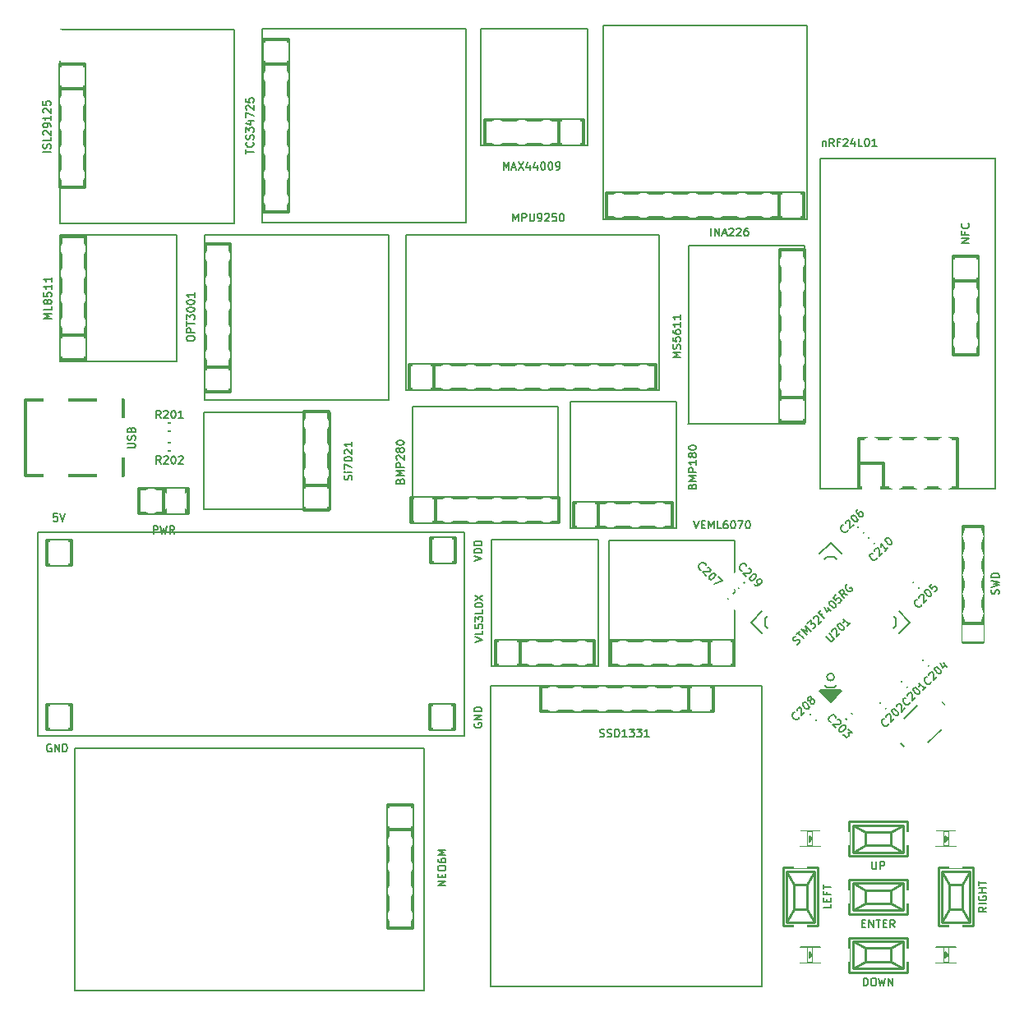
<source format=gto>
G04 #@! TF.FileFunction,Legend,Top*
%FSLAX46Y46*%
G04 Gerber Fmt 4.6, Leading zero omitted, Abs format (unit mm)*
G04 Created by KiCad (PCBNEW 4.0.7-e2-6376~58~ubuntu14.04.1) date Sun Nov  5 14:12:04 2017*
%MOMM*%
%LPD*%
G01*
G04 APERTURE LIST*
%ADD10C,0.100000*%
%ADD11C,0.200000*%
%ADD12C,0.149860*%
%ADD13C,0.127000*%
%ADD14C,0.150000*%
%ADD15C,0.304800*%
%ADD16C,0.254000*%
%ADD17R,1.924000X2.599640*%
%ADD18O,1.924000X2.599640*%
%ADD19R,2.599640X1.924000*%
%ADD20O,2.599640X1.924000*%
%ADD21R,1.924000X2.398980*%
%ADD22O,1.924000X2.398980*%
%ADD23R,2.200000X1.700000*%
%ADD24O,2.200000X1.700000*%
%ADD25R,2.597100X2.597100*%
%ADD26R,2.597100X0.897840*%
%ADD27C,1.299160*%
%ADD28R,1.598880X1.598880*%
%ADD29R,1.299160X1.400760*%
%ADD30R,1.400760X1.400760*%
%ADD31C,3.400000*%
G04 APERTURE END LIST*
D10*
D11*
X172450000Y-89840000D02*
X172450000Y-91270000D01*
X149400000Y-102400000D02*
X105400000Y-102400000D01*
X149400000Y-123400000D02*
X149400000Y-102400000D01*
X105400000Y-123400000D02*
X149400000Y-123400000D01*
X105400000Y-102400000D02*
X105400000Y-123400000D01*
X152199468Y-103189744D02*
X152199468Y-116189744D01*
X163199468Y-103189744D02*
X152199468Y-103189744D01*
X163199468Y-116189744D02*
X163199468Y-103189744D01*
X152199468Y-116189744D02*
X163199468Y-116189744D01*
X125700000Y-50600000D02*
X107700000Y-50600000D01*
X125700000Y-70600000D02*
X125700000Y-50600000D01*
X107700000Y-70600000D02*
X125700000Y-70600000D01*
X107700000Y-50600000D02*
X107700000Y-70600000D01*
X172430000Y-91270000D02*
X184430000Y-91270000D01*
X172450000Y-72850000D02*
X172450000Y-89850000D01*
X184450000Y-72850000D02*
X172450000Y-72850000D01*
X184450000Y-89850000D02*
X184450000Y-72850000D01*
X160250000Y-88950000D02*
X160250000Y-101950000D01*
X171250000Y-88950000D02*
X160250000Y-88950000D01*
X171250000Y-101950000D02*
X171250000Y-88950000D01*
X160250000Y-101950000D02*
X171250000Y-101950000D01*
X144000000Y-89500000D02*
X144000000Y-101500000D01*
X159000000Y-89500000D02*
X144000000Y-89500000D01*
X159000000Y-101500000D02*
X159000000Y-89500000D01*
X144000000Y-101500000D02*
X159000000Y-101500000D01*
X122550000Y-100050000D02*
X135550000Y-100050000D01*
X122550000Y-90050000D02*
X122550000Y-100050000D01*
X135550000Y-90050000D02*
X122550000Y-90050000D01*
X135550000Y-100050000D02*
X135550000Y-90050000D01*
X169400000Y-71800000D02*
X169400000Y-87800000D01*
X143400000Y-71800000D02*
X169400000Y-71800000D01*
X143400000Y-87800000D02*
X143400000Y-71800000D01*
X169400000Y-87800000D02*
X143400000Y-87800000D01*
X163650000Y-50150000D02*
X163650000Y-70150000D01*
X184650000Y-50150000D02*
X163650000Y-50150000D01*
X184650000Y-70150000D02*
X184650000Y-50150000D01*
X163650000Y-70150000D02*
X184650000Y-70150000D01*
X164250000Y-103250000D02*
X164250000Y-116250000D01*
X177250000Y-103250000D02*
X164250000Y-103250000D01*
X177250000Y-116250000D02*
X177250000Y-103250000D01*
X164250000Y-116250000D02*
X177250000Y-116250000D01*
X151050000Y-50550000D02*
X151050000Y-62550000D01*
X162050000Y-50550000D02*
X151050000Y-50550000D01*
X162050000Y-62550000D02*
X162050000Y-50550000D01*
X151050000Y-62550000D02*
X162050000Y-62550000D01*
X141600000Y-71800000D02*
X122600000Y-71800000D01*
X141600000Y-88800000D02*
X141600000Y-71800000D01*
X122600000Y-88800000D02*
X141600000Y-88800000D01*
X122600000Y-71800000D02*
X122600000Y-88800000D01*
X119700000Y-71800000D02*
X107700000Y-71800000D01*
X119700000Y-84800000D02*
X119700000Y-71800000D01*
X107700000Y-84800000D02*
X119700000Y-84800000D01*
X107700000Y-71800000D02*
X107700000Y-84800000D01*
X128500000Y-50500000D02*
X128500000Y-70500000D01*
X149500000Y-50500000D02*
X128500000Y-50500000D01*
X149500000Y-70500000D02*
X149500000Y-50500000D01*
X128500000Y-70500000D02*
X149500000Y-70500000D01*
X186060000Y-63920000D02*
X186060000Y-97920000D01*
X204060000Y-63920000D02*
X186060000Y-63920000D01*
X204060000Y-97820000D02*
X204060000Y-63820000D01*
X186060000Y-97920000D02*
X204060000Y-97920000D01*
X145230000Y-124690000D02*
X145230000Y-125690000D01*
X109230000Y-124690000D02*
X145230000Y-124690000D01*
X109230000Y-149690000D02*
X109230000Y-124690000D01*
X145230000Y-149690000D02*
X109230000Y-149690000D01*
X145230000Y-124690000D02*
X145230000Y-149690000D01*
X180060000Y-149240000D02*
X180060000Y-118240000D01*
X152060000Y-149240000D02*
X180060000Y-149240000D01*
X152060000Y-118240000D02*
X152060000Y-149240000D01*
X180060000Y-118240000D02*
X152060000Y-118240000D01*
D12*
X187029954Y-119830724D02*
X187170046Y-119830724D01*
X187311934Y-119688836D02*
X186888066Y-119688836D01*
X186747974Y-119548744D02*
X187452026Y-119548744D01*
X187593914Y-119406856D02*
X186606086Y-119406856D01*
X186464198Y-119264968D02*
X187735802Y-119264968D01*
X187877690Y-119123080D02*
X186322310Y-119123080D01*
X186182218Y-118982988D02*
X188017782Y-118982988D01*
X188159670Y-118841100D02*
X186040330Y-118841100D01*
X188301558Y-118699212D02*
X187100000Y-119900770D01*
X187100000Y-119900770D02*
X185898442Y-118699212D01*
X185898442Y-118699212D02*
X188301558Y-118699212D01*
X194099212Y-110498442D02*
X195300770Y-111700000D01*
X195300770Y-111700000D02*
X194099212Y-112901558D01*
X185898442Y-104700788D02*
X187100000Y-103499230D01*
X187100000Y-103499230D02*
X188301558Y-104700788D01*
X180100788Y-112901558D02*
X178899230Y-111700000D01*
X178899230Y-111700000D02*
X180100788Y-110498442D01*
D13*
X193817232Y-112059210D02*
X187459210Y-118417232D01*
X193817232Y-111340790D02*
X187459210Y-104982768D01*
X180382768Y-111340790D02*
X186740790Y-104982768D01*
X186740790Y-118417232D02*
X180382768Y-112059210D01*
X187481000Y-117339601D02*
G75*
G03X187481000Y-117339601I-381000J0D01*
G01*
X187459210Y-118417232D02*
X186740790Y-118417232D01*
X193817232Y-111340790D02*
X193817232Y-112059210D01*
X186740790Y-104982768D02*
X187459210Y-104982768D01*
X180382768Y-112059210D02*
X180382768Y-111340790D01*
D14*
X193241243Y-123083883D02*
X195716117Y-125558757D01*
X195716117Y-125558757D02*
X199958757Y-121316117D01*
X199958757Y-121316117D02*
X197483883Y-118841243D01*
X197483883Y-118841243D02*
X193241243Y-123083883D01*
D15*
X155159468Y-113619744D02*
X155159468Y-116159744D01*
X162779468Y-116159744D02*
X152619468Y-116159744D01*
X152619468Y-113619744D02*
X162779468Y-113619744D01*
X152619468Y-116159744D02*
X152619468Y-113619744D01*
X162779468Y-113619744D02*
X162779468Y-116159744D01*
X110270000Y-56690000D02*
X107730000Y-56690000D01*
X107730000Y-66850000D02*
X107730000Y-54150000D01*
X110270000Y-54150000D02*
X110270000Y-66850000D01*
X107730000Y-54150000D02*
X110270000Y-54150000D01*
X110270000Y-66850000D02*
X107730000Y-66850000D01*
X172450000Y-120870000D02*
X172450000Y-118330000D01*
X174990000Y-118330000D02*
X157210000Y-118330000D01*
X157210000Y-120870000D02*
X174990000Y-120870000D01*
X174990000Y-118330000D02*
X174990000Y-120870000D01*
X157210000Y-120870000D02*
X157210000Y-118330000D01*
X146240000Y-85130000D02*
X146240000Y-87670000D01*
X143700000Y-85130000D02*
X169100000Y-85130000D01*
X169100000Y-85130000D02*
X169100000Y-87670000D01*
X169100000Y-87670000D02*
X143700000Y-87670000D01*
X143700000Y-87670000D02*
X143700000Y-85130000D01*
X163210000Y-99380000D02*
X163210000Y-101920000D01*
X170830000Y-101920000D02*
X160670000Y-101920000D01*
X160670000Y-99380000D02*
X170830000Y-99380000D01*
X160670000Y-101920000D02*
X160670000Y-99380000D01*
X170830000Y-99380000D02*
X170830000Y-101920000D01*
X174560000Y-116120000D02*
X174560000Y-113580000D01*
X164400000Y-113580000D02*
X177100000Y-113580000D01*
X177100000Y-116120000D02*
X164400000Y-116120000D01*
X177100000Y-113580000D02*
X177100000Y-116120000D01*
X164400000Y-116120000D02*
X164400000Y-113580000D01*
X144070000Y-133090000D02*
X141530000Y-133090000D01*
X141530000Y-143250000D02*
X141530000Y-130550000D01*
X144070000Y-130550000D02*
X144070000Y-143250000D01*
X141530000Y-130550000D02*
X144070000Y-130550000D01*
X144070000Y-143250000D02*
X141530000Y-143250000D01*
X132880000Y-97590000D02*
X135420000Y-97590000D01*
X135420000Y-89970000D02*
X135420000Y-100130000D01*
X132880000Y-100130000D02*
X132880000Y-89970000D01*
X135420000Y-100130000D02*
X132880000Y-100130000D01*
X132880000Y-89970000D02*
X135420000Y-89970000D01*
X131270000Y-54150000D02*
X128730000Y-54150000D01*
X128730000Y-51610000D02*
X128730000Y-69390000D01*
X131270000Y-69390000D02*
X131270000Y-51610000D01*
X128730000Y-51610000D02*
X131270000Y-51610000D01*
X131270000Y-69390000D02*
X128730000Y-69390000D01*
X159090000Y-62420000D02*
X159090000Y-59880000D01*
X151470000Y-59880000D02*
X161630000Y-59880000D01*
X161630000Y-62420000D02*
X151470000Y-62420000D01*
X161630000Y-59880000D02*
X161630000Y-62420000D01*
X151470000Y-62420000D02*
X151470000Y-59880000D01*
X122730000Y-85380000D02*
X125270000Y-85380000D01*
X125270000Y-87920000D02*
X122730000Y-87920000D01*
X122730000Y-87920000D02*
X122730000Y-72680000D01*
X122730000Y-72680000D02*
X125270000Y-72680000D01*
X125270000Y-72680000D02*
X125270000Y-87920000D01*
X107830000Y-82110000D02*
X110370000Y-82110000D01*
X110370000Y-71950000D02*
X110370000Y-84650000D01*
X107830000Y-84650000D02*
X107830000Y-71950000D01*
X110370000Y-84650000D02*
X107830000Y-84650000D01*
X107830000Y-71950000D02*
X110370000Y-71950000D01*
X181770000Y-70020000D02*
X181770000Y-67480000D01*
X184310000Y-70020000D02*
X163990000Y-70020000D01*
X163990000Y-70020000D02*
X163990000Y-67480000D01*
X163990000Y-67480000D02*
X184310000Y-67480000D01*
X184310000Y-67480000D02*
X184310000Y-70020000D01*
X202270000Y-76490000D02*
X199730000Y-76490000D01*
X199730000Y-84110000D02*
X199730000Y-73950000D01*
X202270000Y-73950000D02*
X202270000Y-84110000D01*
X199730000Y-73950000D02*
X202270000Y-73950000D01*
X202270000Y-84110000D02*
X199730000Y-84110000D01*
X189980000Y-92780000D02*
X200140000Y-92780000D01*
X200140000Y-92780000D02*
X200140000Y-97860000D01*
X200140000Y-97860000D02*
X189980000Y-97860000D01*
X189980000Y-95320000D02*
X192520000Y-95320000D01*
X192520000Y-95320000D02*
X192520000Y-97860000D01*
X189980000Y-92780000D02*
X189980000Y-97860000D01*
X146420000Y-98830000D02*
X146420000Y-101370000D01*
X143880000Y-101370000D02*
X143880000Y-98830000D01*
X143880000Y-98830000D02*
X159120000Y-98830000D01*
X159120000Y-98830000D02*
X159120000Y-101370000D01*
X159120000Y-101370000D02*
X143880000Y-101370000D01*
D13*
X194017501Y-118207763D02*
X194592237Y-118782499D01*
X195364539Y-117974276D02*
X194807763Y-117417501D01*
X195562105Y-117812632D02*
X194412632Y-118962105D01*
X194412632Y-118962105D02*
X193837895Y-118387368D01*
X193837895Y-118387368D02*
X194987368Y-117237895D01*
X194987368Y-117237895D02*
X195562105Y-117812632D01*
X193182499Y-120192237D02*
X192607763Y-119617501D01*
X191835461Y-120425724D02*
X192392237Y-120982499D01*
X191637895Y-120587368D02*
X192787368Y-119437895D01*
X192787368Y-119437895D02*
X193362105Y-120012632D01*
X193362105Y-120012632D02*
X192212632Y-121162105D01*
X192212632Y-121162105D02*
X191637895Y-120587368D01*
X188892237Y-120717501D02*
X188317501Y-121292237D01*
X189125724Y-122064539D02*
X189682499Y-121507763D01*
X189287368Y-122262105D02*
X188137895Y-121112632D01*
X188137895Y-121112632D02*
X188712632Y-120537895D01*
X188712632Y-120537895D02*
X189862105Y-121687368D01*
X189862105Y-121687368D02*
X189287368Y-122262105D01*
X196217501Y-116007763D02*
X196792237Y-116582499D01*
X197564539Y-115774276D02*
X197007763Y-115217501D01*
X197762105Y-115612632D02*
X196612632Y-116762105D01*
X196612632Y-116762105D02*
X196037895Y-116187368D01*
X196037895Y-116187368D02*
X197187368Y-115037895D01*
X197187368Y-115037895D02*
X197762105Y-115612632D01*
X195217501Y-108007763D02*
X195792237Y-108582499D01*
X196564539Y-107774276D02*
X196007763Y-107217501D01*
X196762105Y-107612632D02*
X195612632Y-108762105D01*
X195612632Y-108762105D02*
X195037895Y-108187368D01*
X195037895Y-108187368D02*
X196187368Y-107037895D01*
X196187368Y-107037895D02*
X196762105Y-107612632D01*
X189517501Y-102307763D02*
X190092237Y-102882499D01*
X190864539Y-102074276D02*
X190307763Y-101517501D01*
X191062105Y-101912632D02*
X189912632Y-103062105D01*
X189912632Y-103062105D02*
X189337895Y-102487368D01*
X189337895Y-102487368D02*
X190487368Y-101337895D01*
X190487368Y-101337895D02*
X191062105Y-101912632D01*
X176907763Y-109682499D02*
X177482499Y-109107763D01*
X176674276Y-108335461D02*
X176117501Y-108892237D01*
X176512632Y-108137895D02*
X177662105Y-109287368D01*
X177662105Y-109287368D02*
X177087368Y-109862105D01*
X177087368Y-109862105D02*
X175937895Y-108712632D01*
X175937895Y-108712632D02*
X176512632Y-108137895D01*
X185982499Y-121392237D02*
X185407763Y-120817501D01*
X184635461Y-121625724D02*
X185192237Y-122182499D01*
X184437895Y-121787368D02*
X185587368Y-120637895D01*
X185587368Y-120637895D02*
X186162105Y-121212632D01*
X186162105Y-121212632D02*
X185012632Y-122362105D01*
X185012632Y-122362105D02*
X184437895Y-121787368D01*
X178007763Y-108582499D02*
X178582499Y-108007763D01*
X177774276Y-107235461D02*
X177217501Y-107792237D01*
X177612632Y-107037895D02*
X178762105Y-108187368D01*
X178762105Y-108187368D02*
X178187368Y-108762105D01*
X178187368Y-108762105D02*
X177037895Y-107612632D01*
X177037895Y-107612632D02*
X177612632Y-107037895D01*
X190617501Y-103407763D02*
X191192237Y-103982499D01*
X191964539Y-103174276D02*
X191407763Y-102617501D01*
X192162105Y-103012632D02*
X191012632Y-104162105D01*
X191012632Y-104162105D02*
X190437895Y-103587368D01*
X190437895Y-103587368D02*
X191587368Y-102437895D01*
X191587368Y-102437895D02*
X192162105Y-103012632D01*
D15*
X200800000Y-101800000D02*
X202800000Y-101800000D01*
X202800000Y-101800000D02*
X202800000Y-113800000D01*
X200800000Y-113800000D02*
X200800000Y-101800000D01*
X202800000Y-113800000D02*
X200800000Y-113800000D01*
X200800000Y-111800000D02*
X202800000Y-111800000D01*
X113604360Y-88801100D02*
X113604360Y-87698740D01*
X113604360Y-87698740D02*
X112103220Y-87698740D01*
X112103220Y-87698740D02*
X112103220Y-88801100D01*
X112100680Y-97701260D02*
X112100680Y-96598900D01*
X113601820Y-97701260D02*
X112100680Y-97701260D01*
X113601820Y-96598900D02*
X113601820Y-97701260D01*
X108100180Y-96598900D02*
X108100180Y-97701260D01*
X108100180Y-97701260D02*
X106599040Y-97701260D01*
X106599040Y-97701260D02*
X106599040Y-96598900D01*
X108100180Y-88801100D02*
X108100180Y-87698740D01*
X108100180Y-87698740D02*
X106599040Y-87698740D01*
X106599040Y-87698740D02*
X106599040Y-88801100D01*
X104198740Y-88801100D02*
X104198740Y-96598900D01*
X104198740Y-96598900D02*
X114201260Y-96598900D01*
X114201260Y-96598900D02*
X114201260Y-88801100D01*
X114201260Y-88801100D02*
X104198740Y-88801100D01*
D13*
X185200660Y-134000000D02*
X184900940Y-133700280D01*
X184900940Y-133700280D02*
X184900940Y-134299720D01*
X184900940Y-134299720D02*
X185200660Y-134000000D01*
X185099060Y-134099060D02*
X185099060Y-133900940D01*
X185000000Y-133799340D02*
X185000000Y-134200660D01*
X185299720Y-134800100D02*
X185299720Y-133199900D01*
X184700280Y-133199900D02*
X184700280Y-134800100D01*
X183999240Y-133199900D02*
X186000760Y-133199900D01*
X186000760Y-133199900D02*
X186000760Y-134800100D01*
X186000760Y-134800100D02*
X183999240Y-134800100D01*
X183999240Y-134800100D02*
X183999240Y-133199900D01*
X199200660Y-134000000D02*
X198900940Y-133700280D01*
X198900940Y-133700280D02*
X198900940Y-134299720D01*
X198900940Y-134299720D02*
X199200660Y-134000000D01*
X199099060Y-134099060D02*
X199099060Y-133900940D01*
X199000000Y-133799340D02*
X199000000Y-134200660D01*
X199299720Y-134800100D02*
X199299720Y-133199900D01*
X198700280Y-133199900D02*
X198700280Y-134800100D01*
X197999240Y-133199900D02*
X200000760Y-133199900D01*
X200000760Y-133199900D02*
X200000760Y-134800100D01*
X200000760Y-134800100D02*
X197999240Y-134800100D01*
X197999240Y-134800100D02*
X197999240Y-133199900D01*
X199200660Y-146000000D02*
X198900940Y-145700280D01*
X198900940Y-145700280D02*
X198900940Y-146299720D01*
X198900940Y-146299720D02*
X199200660Y-146000000D01*
X199099060Y-146099060D02*
X199099060Y-145900940D01*
X199000000Y-145799340D02*
X199000000Y-146200660D01*
X199299720Y-146800100D02*
X199299720Y-145199900D01*
X198700280Y-145199900D02*
X198700280Y-146800100D01*
X197999240Y-145199900D02*
X200000760Y-145199900D01*
X200000760Y-145199900D02*
X200000760Y-146800100D01*
X200000760Y-146800100D02*
X197999240Y-146800100D01*
X197999240Y-146800100D02*
X197999240Y-145199900D01*
X185200660Y-146000000D02*
X184900940Y-145700280D01*
X184900940Y-145700280D02*
X184900940Y-146299720D01*
X184900940Y-146299720D02*
X185200660Y-146000000D01*
X185099060Y-146099060D02*
X185099060Y-145900940D01*
X185000000Y-145799340D02*
X185000000Y-146200660D01*
X185299720Y-146800100D02*
X185299720Y-145199900D01*
X184700280Y-145199900D02*
X184700280Y-146800100D01*
X183999240Y-145199900D02*
X186000760Y-145199900D01*
X186000760Y-145199900D02*
X186000760Y-146800100D01*
X186000760Y-146800100D02*
X183999240Y-146800100D01*
X183999240Y-146800100D02*
X183999240Y-145199900D01*
X118441200Y-91193600D02*
X118441200Y-92006400D01*
X119558800Y-91981000D02*
X119558800Y-91193600D01*
X119812800Y-92006400D02*
X118187200Y-92006400D01*
X118187200Y-92006400D02*
X118187200Y-91193600D01*
X118187200Y-91193600D02*
X119812800Y-91193600D01*
X119812800Y-91193600D02*
X119812800Y-92006400D01*
X119558800Y-94006400D02*
X119558800Y-93193600D01*
X118441200Y-93219000D02*
X118441200Y-94006400D01*
X118187200Y-93193600D02*
X119812800Y-93193600D01*
X119812800Y-93193600D02*
X119812800Y-94006400D01*
X119812800Y-94006400D02*
X118187200Y-94006400D01*
X118187200Y-94006400D02*
X118187200Y-93193600D01*
D16*
X193300480Y-139298960D02*
X194600960Y-138600460D01*
X193300480Y-140701040D02*
X194600960Y-141399540D01*
X190699520Y-140701040D02*
X189399040Y-141399540D01*
X189399040Y-138600460D02*
X190699520Y-139298960D01*
X189399040Y-138600460D02*
X194600960Y-138600460D01*
X194600960Y-138600460D02*
X194600960Y-141399540D01*
X194600960Y-141399540D02*
X189399040Y-141399540D01*
X189399040Y-141399540D02*
X189399040Y-138600460D01*
X190699520Y-139298960D02*
X193300480Y-139298960D01*
X193300480Y-139298960D02*
X193300480Y-140701040D01*
X193300480Y-140701040D02*
X190699520Y-140701040D01*
X190699520Y-140701040D02*
X190699520Y-139298960D01*
X189000260Y-138199140D02*
X194999740Y-138199140D01*
X194999740Y-138199140D02*
X194999740Y-141800860D01*
X194999740Y-141800860D02*
X189000260Y-141800860D01*
X189000260Y-141800860D02*
X189000260Y-138199140D01*
X183298960Y-138699520D02*
X182600460Y-137399040D01*
X184701040Y-138699520D02*
X185399540Y-137399040D01*
X184701040Y-141300480D02*
X185399540Y-142600960D01*
X182600460Y-142600960D02*
X183298960Y-141300480D01*
X182600460Y-142600960D02*
X182600460Y-137399040D01*
X182600460Y-137399040D02*
X185399540Y-137399040D01*
X185399540Y-137399040D02*
X185399540Y-142600960D01*
X185399540Y-142600960D02*
X182600460Y-142600960D01*
X183298960Y-141300480D02*
X183298960Y-138699520D01*
X183298960Y-138699520D02*
X184701040Y-138699520D01*
X184701040Y-138699520D02*
X184701040Y-141300480D01*
X184701040Y-141300480D02*
X183298960Y-141300480D01*
X182199140Y-142999740D02*
X182199140Y-137000260D01*
X182199140Y-137000260D02*
X185800860Y-137000260D01*
X185800860Y-137000260D02*
X185800860Y-142999740D01*
X185800860Y-142999740D02*
X182199140Y-142999740D01*
X199298960Y-138699520D02*
X198600460Y-137399040D01*
X200701040Y-138699520D02*
X201399540Y-137399040D01*
X200701040Y-141300480D02*
X201399540Y-142600960D01*
X198600460Y-142600960D02*
X199298960Y-141300480D01*
X198600460Y-142600960D02*
X198600460Y-137399040D01*
X198600460Y-137399040D02*
X201399540Y-137399040D01*
X201399540Y-137399040D02*
X201399540Y-142600960D01*
X201399540Y-142600960D02*
X198600460Y-142600960D01*
X199298960Y-141300480D02*
X199298960Y-138699520D01*
X199298960Y-138699520D02*
X200701040Y-138699520D01*
X200701040Y-138699520D02*
X200701040Y-141300480D01*
X200701040Y-141300480D02*
X199298960Y-141300480D01*
X198199140Y-142999740D02*
X198199140Y-137000260D01*
X198199140Y-137000260D02*
X201800860Y-137000260D01*
X201800860Y-137000260D02*
X201800860Y-142999740D01*
X201800860Y-142999740D02*
X198199140Y-142999740D01*
X193300480Y-133298960D02*
X194600960Y-132600460D01*
X193300480Y-134701040D02*
X194600960Y-135399540D01*
X190699520Y-134701040D02*
X189399040Y-135399540D01*
X189399040Y-132600460D02*
X190699520Y-133298960D01*
X189399040Y-132600460D02*
X194600960Y-132600460D01*
X194600960Y-132600460D02*
X194600960Y-135399540D01*
X194600960Y-135399540D02*
X189399040Y-135399540D01*
X189399040Y-135399540D02*
X189399040Y-132600460D01*
X190699520Y-133298960D02*
X193300480Y-133298960D01*
X193300480Y-133298960D02*
X193300480Y-134701040D01*
X193300480Y-134701040D02*
X190699520Y-134701040D01*
X190699520Y-134701040D02*
X190699520Y-133298960D01*
X189000260Y-132199140D02*
X194999740Y-132199140D01*
X194999740Y-132199140D02*
X194999740Y-135800860D01*
X194999740Y-135800860D02*
X189000260Y-135800860D01*
X189000260Y-135800860D02*
X189000260Y-132199140D01*
X193300480Y-145298960D02*
X194600960Y-144600460D01*
X193300480Y-146701040D02*
X194600960Y-147399540D01*
X190699520Y-146701040D02*
X189399040Y-147399540D01*
X189399040Y-144600460D02*
X190699520Y-145298960D01*
X189399040Y-144600460D02*
X194600960Y-144600460D01*
X194600960Y-144600460D02*
X194600960Y-147399540D01*
X194600960Y-147399540D02*
X189399040Y-147399540D01*
X189399040Y-147399540D02*
X189399040Y-144600460D01*
X190699520Y-145298960D02*
X193300480Y-145298960D01*
X193300480Y-145298960D02*
X193300480Y-146701040D01*
X193300480Y-146701040D02*
X190699520Y-146701040D01*
X190699520Y-146701040D02*
X190699520Y-145298960D01*
X189000260Y-144199140D02*
X194999740Y-144199140D01*
X194999740Y-144199140D02*
X194999740Y-147800860D01*
X194999740Y-147800860D02*
X189000260Y-147800860D01*
X189000260Y-147800860D02*
X189000260Y-144199140D01*
D15*
X118400000Y-100470000D02*
X118400000Y-97930000D01*
X118400000Y-97930000D02*
X120940000Y-100470000D01*
X120940000Y-97930000D02*
X118400000Y-100470000D01*
X115860000Y-97930000D02*
X120940000Y-97930000D01*
X120940000Y-100470000D02*
X115860000Y-100470000D01*
X120940000Y-97930000D02*
X120940000Y-100470000D01*
X115860000Y-100470000D02*
X115860000Y-97930000D01*
X108870000Y-105770000D02*
X106330000Y-105770000D01*
X106330000Y-103230000D02*
X108870000Y-103230000D01*
X106330000Y-105770000D02*
X106330000Y-103230000D01*
X108870000Y-103230000D02*
X108870000Y-105770000D01*
X148470000Y-105570000D02*
X145930000Y-105570000D01*
X145930000Y-103030000D02*
X148470000Y-103030000D01*
X145930000Y-105570000D02*
X145930000Y-103030000D01*
X148470000Y-103030000D02*
X148470000Y-105570000D01*
X108870000Y-122770000D02*
X106330000Y-122770000D01*
X106330000Y-120230000D02*
X108870000Y-120230000D01*
X106330000Y-122770000D02*
X106330000Y-120230000D01*
X108870000Y-120230000D02*
X108870000Y-122770000D01*
X148370000Y-122770000D02*
X145830000Y-122770000D01*
X145830000Y-120230000D02*
X148370000Y-120230000D01*
X145830000Y-122770000D02*
X145830000Y-120230000D01*
X148370000Y-120230000D02*
X148370000Y-122770000D01*
X181840000Y-88570000D02*
X184380000Y-88570000D01*
X184380000Y-91110000D02*
X184380000Y-73330000D01*
X181840000Y-73330000D02*
X181840000Y-91110000D01*
X184380000Y-91110000D02*
X181840000Y-91110000D01*
X181840000Y-73330000D02*
X184380000Y-73330000D01*
D11*
X186628696Y-113168190D02*
X187086632Y-113626126D01*
X187167444Y-113653063D01*
X187221320Y-113653063D01*
X187302131Y-113626126D01*
X187409881Y-113518376D01*
X187436819Y-113437564D01*
X187436818Y-113383688D01*
X187409881Y-113302877D01*
X186951945Y-112844941D01*
X187248256Y-112656379D02*
X187248256Y-112602504D01*
X187275194Y-112521692D01*
X187409881Y-112387005D01*
X187490693Y-112360068D01*
X187544568Y-112360067D01*
X187625380Y-112387005D01*
X187679255Y-112440880D01*
X187733130Y-112548629D01*
X187733130Y-113195127D01*
X188083316Y-112844941D01*
X187867817Y-111929069D02*
X187921692Y-111875194D01*
X188002504Y-111848257D01*
X188056378Y-111848257D01*
X188137191Y-111875194D01*
X188271878Y-111956007D01*
X188406565Y-112090693D01*
X188487377Y-112225380D01*
X188514314Y-112306193D01*
X188514315Y-112360068D01*
X188487377Y-112440880D01*
X188433502Y-112494755D01*
X188352691Y-112521692D01*
X188298815Y-112521692D01*
X188218003Y-112494755D01*
X188083316Y-112413942D01*
X187948629Y-112279255D01*
X187867817Y-112144569D01*
X187840879Y-112063756D01*
X187840880Y-112009881D01*
X187867817Y-111929069D01*
X189160812Y-111767445D02*
X188837564Y-112090693D01*
X188999188Y-111929069D02*
X188433502Y-111363384D01*
X188460439Y-111498070D01*
X188460439Y-111605820D01*
X188433502Y-111686632D01*
X183665380Y-113976110D02*
X183773130Y-113922235D01*
X183907817Y-113787548D01*
X183934754Y-113706737D01*
X183934754Y-113652861D01*
X183907817Y-113572049D01*
X183853942Y-113518174D01*
X183773130Y-113491237D01*
X183719255Y-113491237D01*
X183638442Y-113518174D01*
X183503755Y-113598986D01*
X183422943Y-113625924D01*
X183369068Y-113625924D01*
X183288256Y-113598986D01*
X183234382Y-113545112D01*
X183207444Y-113464299D01*
X183207444Y-113410425D01*
X183234382Y-113329612D01*
X183369068Y-113194926D01*
X183476818Y-113141050D01*
X183611505Y-112952489D02*
X183934754Y-112629240D01*
X184338815Y-113356550D02*
X183773130Y-112790864D01*
X184689001Y-113006364D02*
X184123316Y-112440678D01*
X184715939Y-112656177D01*
X184500440Y-112063554D01*
X185066125Y-112629239D01*
X184715939Y-111848055D02*
X185066125Y-111497869D01*
X185093063Y-111901930D01*
X185173875Y-111821118D01*
X185254687Y-111794180D01*
X185308562Y-111794180D01*
X185389374Y-111821118D01*
X185524061Y-111955804D01*
X185550999Y-112036616D01*
X185550999Y-112090492D01*
X185524061Y-112171304D01*
X185362436Y-112332929D01*
X185281625Y-112359866D01*
X185227750Y-112359865D01*
X185335499Y-111336244D02*
X185335499Y-111282369D01*
X185362437Y-111201557D01*
X185497124Y-111066870D01*
X185577936Y-111039933D01*
X185631811Y-111039932D01*
X185712623Y-111066870D01*
X185766498Y-111120745D01*
X185820373Y-111228494D01*
X185820373Y-111874992D01*
X186170559Y-111524806D01*
X186305246Y-110797496D02*
X186116684Y-110986058D01*
X186412996Y-111282369D02*
X185847310Y-110716684D01*
X186116685Y-110447309D01*
X186763181Y-110177936D02*
X187140305Y-110555060D01*
X186412996Y-110097124D02*
X186682369Y-110635872D01*
X187032555Y-110285685D01*
X186978681Y-109585313D02*
X187032556Y-109531438D01*
X187113368Y-109504501D01*
X187167242Y-109504501D01*
X187248055Y-109531438D01*
X187382742Y-109612250D01*
X187517429Y-109746937D01*
X187598242Y-109881624D01*
X187625178Y-109962436D01*
X187625179Y-110016312D01*
X187598242Y-110097123D01*
X187544366Y-110150999D01*
X187463555Y-110177936D01*
X187409679Y-110177936D01*
X187328867Y-110150999D01*
X187194180Y-110070186D01*
X187059493Y-109935499D01*
X186978681Y-109800812D01*
X186951743Y-109720000D01*
X186951744Y-109666125D01*
X186978681Y-109585313D01*
X187679054Y-108884940D02*
X187409680Y-109154315D01*
X187652116Y-109450625D01*
X187652116Y-109396751D01*
X187679054Y-109315939D01*
X187813741Y-109181252D01*
X187894553Y-109154315D01*
X187948428Y-109154314D01*
X188029240Y-109181252D01*
X188163927Y-109315939D01*
X188190864Y-109396750D01*
X188190864Y-109450626D01*
X188163927Y-109531438D01*
X188029240Y-109666125D01*
X187948428Y-109693063D01*
X187894553Y-109693062D01*
X188837362Y-108858003D02*
X188379426Y-108777190D01*
X188514113Y-109181252D02*
X187948428Y-108615566D01*
X188163927Y-108400067D01*
X188244739Y-108373129D01*
X188298614Y-108373129D01*
X188379426Y-108400067D01*
X188460238Y-108480879D01*
X188487176Y-108561691D01*
X188487176Y-108615566D01*
X188460238Y-108696378D01*
X188244739Y-108911877D01*
X188837362Y-107780506D02*
X188756550Y-107807444D01*
X188675738Y-107888256D01*
X188621863Y-107996006D01*
X188621862Y-108103755D01*
X188648800Y-108184568D01*
X188729612Y-108319255D01*
X188810425Y-108400067D01*
X188945112Y-108480879D01*
X189025923Y-108507817D01*
X189133674Y-108507817D01*
X189241423Y-108453942D01*
X189295298Y-108400067D01*
X189349173Y-108292317D01*
X189349172Y-108238442D01*
X189160611Y-108049881D01*
X189052861Y-108157631D01*
X150461905Y-113738096D02*
X151261905Y-113471429D01*
X150461905Y-113204762D01*
X151261905Y-112557143D02*
X151261905Y-112938096D01*
X150461905Y-112938096D01*
X150461905Y-111909524D02*
X150461905Y-112290477D01*
X150842857Y-112328572D01*
X150804762Y-112290477D01*
X150766667Y-112214286D01*
X150766667Y-112023810D01*
X150804762Y-111947620D01*
X150842857Y-111909524D01*
X150919048Y-111871429D01*
X151109524Y-111871429D01*
X151185714Y-111909524D01*
X151223810Y-111947620D01*
X151261905Y-112023810D01*
X151261905Y-112214286D01*
X151223810Y-112290477D01*
X151185714Y-112328572D01*
X150461905Y-111604762D02*
X150461905Y-111109524D01*
X150766667Y-111376191D01*
X150766667Y-111261905D01*
X150804762Y-111185715D01*
X150842857Y-111147619D01*
X150919048Y-111109524D01*
X151109524Y-111109524D01*
X151185714Y-111147619D01*
X151223810Y-111185715D01*
X151261905Y-111261905D01*
X151261905Y-111490477D01*
X151223810Y-111566667D01*
X151185714Y-111604762D01*
X151261905Y-110385714D02*
X151261905Y-110766667D01*
X150461905Y-110766667D01*
X150461905Y-109966667D02*
X150461905Y-109890476D01*
X150500000Y-109814286D01*
X150538095Y-109776191D01*
X150614286Y-109738095D01*
X150766667Y-109700000D01*
X150957143Y-109700000D01*
X151109524Y-109738095D01*
X151185714Y-109776191D01*
X151223810Y-109814286D01*
X151261905Y-109890476D01*
X151261905Y-109966667D01*
X151223810Y-110042857D01*
X151185714Y-110080953D01*
X151109524Y-110119048D01*
X150957143Y-110157143D01*
X150766667Y-110157143D01*
X150614286Y-110119048D01*
X150538095Y-110080953D01*
X150500000Y-110042857D01*
X150461905Y-109966667D01*
X150461905Y-109433333D02*
X151261905Y-108900000D01*
X150461905Y-108900000D02*
X151261905Y-109433333D01*
X106761905Y-63209524D02*
X105961905Y-63209524D01*
X106723810Y-62866667D02*
X106761905Y-62752381D01*
X106761905Y-62561905D01*
X106723810Y-62485715D01*
X106685714Y-62447619D01*
X106609524Y-62409524D01*
X106533333Y-62409524D01*
X106457143Y-62447619D01*
X106419048Y-62485715D01*
X106380952Y-62561905D01*
X106342857Y-62714286D01*
X106304762Y-62790477D01*
X106266667Y-62828572D01*
X106190476Y-62866667D01*
X106114286Y-62866667D01*
X106038095Y-62828572D01*
X106000000Y-62790477D01*
X105961905Y-62714286D01*
X105961905Y-62523810D01*
X106000000Y-62409524D01*
X106761905Y-61685714D02*
X106761905Y-62066667D01*
X105961905Y-62066667D01*
X106038095Y-61457143D02*
X106000000Y-61419048D01*
X105961905Y-61342857D01*
X105961905Y-61152381D01*
X106000000Y-61076191D01*
X106038095Y-61038095D01*
X106114286Y-61000000D01*
X106190476Y-61000000D01*
X106304762Y-61038095D01*
X106761905Y-61495238D01*
X106761905Y-61000000D01*
X106761905Y-60619048D02*
X106761905Y-60466667D01*
X106723810Y-60390476D01*
X106685714Y-60352381D01*
X106571429Y-60276190D01*
X106419048Y-60238095D01*
X106114286Y-60238095D01*
X106038095Y-60276190D01*
X106000000Y-60314286D01*
X105961905Y-60390476D01*
X105961905Y-60542857D01*
X106000000Y-60619048D01*
X106038095Y-60657143D01*
X106114286Y-60695238D01*
X106304762Y-60695238D01*
X106380952Y-60657143D01*
X106419048Y-60619048D01*
X106457143Y-60542857D01*
X106457143Y-60390476D01*
X106419048Y-60314286D01*
X106380952Y-60276190D01*
X106304762Y-60238095D01*
X106761905Y-59476190D02*
X106761905Y-59933333D01*
X106761905Y-59704762D02*
X105961905Y-59704762D01*
X106076190Y-59780952D01*
X106152381Y-59857143D01*
X106190476Y-59933333D01*
X106038095Y-59171428D02*
X106000000Y-59133333D01*
X105961905Y-59057142D01*
X105961905Y-58866666D01*
X106000000Y-58790476D01*
X106038095Y-58752380D01*
X106114286Y-58714285D01*
X106190476Y-58714285D01*
X106304762Y-58752380D01*
X106761905Y-59209523D01*
X106761905Y-58714285D01*
X105961905Y-57990475D02*
X105961905Y-58371428D01*
X106342857Y-58409523D01*
X106304762Y-58371428D01*
X106266667Y-58295237D01*
X106266667Y-58104761D01*
X106304762Y-58028571D01*
X106342857Y-57990475D01*
X106419048Y-57952380D01*
X106609524Y-57952380D01*
X106685714Y-57990475D01*
X106723810Y-58028571D01*
X106761905Y-58104761D01*
X106761905Y-58295237D01*
X106723810Y-58371428D01*
X106685714Y-58409523D01*
X163312666Y-123479810D02*
X163426952Y-123517905D01*
X163617428Y-123517905D01*
X163693618Y-123479810D01*
X163731714Y-123441714D01*
X163769809Y-123365524D01*
X163769809Y-123289333D01*
X163731714Y-123213143D01*
X163693618Y-123175048D01*
X163617428Y-123136952D01*
X163465047Y-123098857D01*
X163388856Y-123060762D01*
X163350761Y-123022667D01*
X163312666Y-122946476D01*
X163312666Y-122870286D01*
X163350761Y-122794095D01*
X163388856Y-122756000D01*
X163465047Y-122717905D01*
X163655523Y-122717905D01*
X163769809Y-122756000D01*
X164074571Y-123479810D02*
X164188857Y-123517905D01*
X164379333Y-123517905D01*
X164455523Y-123479810D01*
X164493619Y-123441714D01*
X164531714Y-123365524D01*
X164531714Y-123289333D01*
X164493619Y-123213143D01*
X164455523Y-123175048D01*
X164379333Y-123136952D01*
X164226952Y-123098857D01*
X164150761Y-123060762D01*
X164112666Y-123022667D01*
X164074571Y-122946476D01*
X164074571Y-122870286D01*
X164112666Y-122794095D01*
X164150761Y-122756000D01*
X164226952Y-122717905D01*
X164417428Y-122717905D01*
X164531714Y-122756000D01*
X164874571Y-123517905D02*
X164874571Y-122717905D01*
X165065047Y-122717905D01*
X165179333Y-122756000D01*
X165255524Y-122832190D01*
X165293619Y-122908381D01*
X165331714Y-123060762D01*
X165331714Y-123175048D01*
X165293619Y-123327429D01*
X165255524Y-123403619D01*
X165179333Y-123479810D01*
X165065047Y-123517905D01*
X164874571Y-123517905D01*
X166093619Y-123517905D02*
X165636476Y-123517905D01*
X165865047Y-123517905D02*
X165865047Y-122717905D01*
X165788857Y-122832190D01*
X165712666Y-122908381D01*
X165636476Y-122946476D01*
X166360286Y-122717905D02*
X166855524Y-122717905D01*
X166588857Y-123022667D01*
X166703143Y-123022667D01*
X166779333Y-123060762D01*
X166817429Y-123098857D01*
X166855524Y-123175048D01*
X166855524Y-123365524D01*
X166817429Y-123441714D01*
X166779333Y-123479810D01*
X166703143Y-123517905D01*
X166474571Y-123517905D01*
X166398381Y-123479810D01*
X166360286Y-123441714D01*
X167122191Y-122717905D02*
X167617429Y-122717905D01*
X167350762Y-123022667D01*
X167465048Y-123022667D01*
X167541238Y-123060762D01*
X167579334Y-123098857D01*
X167617429Y-123175048D01*
X167617429Y-123365524D01*
X167579334Y-123441714D01*
X167541238Y-123479810D01*
X167465048Y-123517905D01*
X167236476Y-123517905D01*
X167160286Y-123479810D01*
X167122191Y-123441714D01*
X168379334Y-123517905D02*
X167922191Y-123517905D01*
X168150762Y-123517905D02*
X168150762Y-122717905D01*
X168074572Y-122832190D01*
X167998381Y-122908381D01*
X167922191Y-122946476D01*
X154390476Y-70361905D02*
X154390476Y-69561905D01*
X154657143Y-70133333D01*
X154923810Y-69561905D01*
X154923810Y-70361905D01*
X155304762Y-70361905D02*
X155304762Y-69561905D01*
X155609524Y-69561905D01*
X155685715Y-69600000D01*
X155723810Y-69638095D01*
X155761905Y-69714286D01*
X155761905Y-69828571D01*
X155723810Y-69904762D01*
X155685715Y-69942857D01*
X155609524Y-69980952D01*
X155304762Y-69980952D01*
X156104762Y-69561905D02*
X156104762Y-70209524D01*
X156142857Y-70285714D01*
X156180953Y-70323810D01*
X156257143Y-70361905D01*
X156409524Y-70361905D01*
X156485715Y-70323810D01*
X156523810Y-70285714D01*
X156561905Y-70209524D01*
X156561905Y-69561905D01*
X156980952Y-70361905D02*
X157133333Y-70361905D01*
X157209524Y-70323810D01*
X157247619Y-70285714D01*
X157323810Y-70171429D01*
X157361905Y-70019048D01*
X157361905Y-69714286D01*
X157323810Y-69638095D01*
X157285714Y-69600000D01*
X157209524Y-69561905D01*
X157057143Y-69561905D01*
X156980952Y-69600000D01*
X156942857Y-69638095D01*
X156904762Y-69714286D01*
X156904762Y-69904762D01*
X156942857Y-69980952D01*
X156980952Y-70019048D01*
X157057143Y-70057143D01*
X157209524Y-70057143D01*
X157285714Y-70019048D01*
X157323810Y-69980952D01*
X157361905Y-69904762D01*
X157666667Y-69638095D02*
X157704762Y-69600000D01*
X157780953Y-69561905D01*
X157971429Y-69561905D01*
X158047619Y-69600000D01*
X158085715Y-69638095D01*
X158123810Y-69714286D01*
X158123810Y-69790476D01*
X158085715Y-69904762D01*
X157628572Y-70361905D01*
X158123810Y-70361905D01*
X158847620Y-69561905D02*
X158466667Y-69561905D01*
X158428572Y-69942857D01*
X158466667Y-69904762D01*
X158542858Y-69866667D01*
X158733334Y-69866667D01*
X158809524Y-69904762D01*
X158847620Y-69942857D01*
X158885715Y-70019048D01*
X158885715Y-70209524D01*
X158847620Y-70285714D01*
X158809524Y-70323810D01*
X158733334Y-70361905D01*
X158542858Y-70361905D01*
X158466667Y-70323810D01*
X158428572Y-70285714D01*
X159380953Y-69561905D02*
X159457144Y-69561905D01*
X159533334Y-69600000D01*
X159571429Y-69638095D01*
X159609525Y-69714286D01*
X159647620Y-69866667D01*
X159647620Y-70057143D01*
X159609525Y-70209524D01*
X159571429Y-70285714D01*
X159533334Y-70323810D01*
X159457144Y-70361905D01*
X159380953Y-70361905D01*
X159304763Y-70323810D01*
X159266667Y-70285714D01*
X159228572Y-70209524D01*
X159190477Y-70057143D01*
X159190477Y-69866667D01*
X159228572Y-69714286D01*
X159266667Y-69638095D01*
X159304763Y-69600000D01*
X159380953Y-69561905D01*
X172852857Y-97662857D02*
X172890952Y-97548571D01*
X172929048Y-97510476D01*
X173005238Y-97472381D01*
X173119524Y-97472381D01*
X173195714Y-97510476D01*
X173233810Y-97548571D01*
X173271905Y-97624762D01*
X173271905Y-97929524D01*
X172471905Y-97929524D01*
X172471905Y-97662857D01*
X172510000Y-97586667D01*
X172548095Y-97548571D01*
X172624286Y-97510476D01*
X172700476Y-97510476D01*
X172776667Y-97548571D01*
X172814762Y-97586667D01*
X172852857Y-97662857D01*
X172852857Y-97929524D01*
X173271905Y-97129524D02*
X172471905Y-97129524D01*
X173043333Y-96862857D01*
X172471905Y-96596190D01*
X173271905Y-96596190D01*
X173271905Y-96215238D02*
X172471905Y-96215238D01*
X172471905Y-95910476D01*
X172510000Y-95834285D01*
X172548095Y-95796190D01*
X172624286Y-95758095D01*
X172738571Y-95758095D01*
X172814762Y-95796190D01*
X172852857Y-95834285D01*
X172890952Y-95910476D01*
X172890952Y-96215238D01*
X173271905Y-94996190D02*
X173271905Y-95453333D01*
X173271905Y-95224762D02*
X172471905Y-95224762D01*
X172586190Y-95300952D01*
X172662381Y-95377143D01*
X172700476Y-95453333D01*
X172814762Y-94539047D02*
X172776667Y-94615238D01*
X172738571Y-94653333D01*
X172662381Y-94691428D01*
X172624286Y-94691428D01*
X172548095Y-94653333D01*
X172510000Y-94615238D01*
X172471905Y-94539047D01*
X172471905Y-94386666D01*
X172510000Y-94310476D01*
X172548095Y-94272380D01*
X172624286Y-94234285D01*
X172662381Y-94234285D01*
X172738571Y-94272380D01*
X172776667Y-94310476D01*
X172814762Y-94386666D01*
X172814762Y-94539047D01*
X172852857Y-94615238D01*
X172890952Y-94653333D01*
X172967143Y-94691428D01*
X173119524Y-94691428D01*
X173195714Y-94653333D01*
X173233810Y-94615238D01*
X173271905Y-94539047D01*
X173271905Y-94386666D01*
X173233810Y-94310476D01*
X173195714Y-94272380D01*
X173119524Y-94234285D01*
X172967143Y-94234285D01*
X172890952Y-94272380D01*
X172852857Y-94310476D01*
X172814762Y-94386666D01*
X172471905Y-93739047D02*
X172471905Y-93662856D01*
X172510000Y-93586666D01*
X172548095Y-93548571D01*
X172624286Y-93510475D01*
X172776667Y-93472380D01*
X172967143Y-93472380D01*
X173119524Y-93510475D01*
X173195714Y-93548571D01*
X173233810Y-93586666D01*
X173271905Y-93662856D01*
X173271905Y-93739047D01*
X173233810Y-93815237D01*
X173195714Y-93853333D01*
X173119524Y-93891428D01*
X172967143Y-93929523D01*
X172776667Y-93929523D01*
X172624286Y-93891428D01*
X172548095Y-93853333D01*
X172510000Y-93815237D01*
X172471905Y-93739047D01*
X173016666Y-101231905D02*
X173283333Y-102031905D01*
X173550000Y-101231905D01*
X173816666Y-101612857D02*
X174083333Y-101612857D01*
X174197619Y-102031905D02*
X173816666Y-102031905D01*
X173816666Y-101231905D01*
X174197619Y-101231905D01*
X174540476Y-102031905D02*
X174540476Y-101231905D01*
X174807143Y-101803333D01*
X175073810Y-101231905D01*
X175073810Y-102031905D01*
X175835715Y-102031905D02*
X175454762Y-102031905D01*
X175454762Y-101231905D01*
X176445238Y-101231905D02*
X176292857Y-101231905D01*
X176216667Y-101270000D01*
X176178572Y-101308095D01*
X176102381Y-101422381D01*
X176064286Y-101574762D01*
X176064286Y-101879524D01*
X176102381Y-101955714D01*
X176140476Y-101993810D01*
X176216667Y-102031905D01*
X176369048Y-102031905D01*
X176445238Y-101993810D01*
X176483334Y-101955714D01*
X176521429Y-101879524D01*
X176521429Y-101689048D01*
X176483334Y-101612857D01*
X176445238Y-101574762D01*
X176369048Y-101536667D01*
X176216667Y-101536667D01*
X176140476Y-101574762D01*
X176102381Y-101612857D01*
X176064286Y-101689048D01*
X177016667Y-101231905D02*
X177092858Y-101231905D01*
X177169048Y-101270000D01*
X177207143Y-101308095D01*
X177245239Y-101384286D01*
X177283334Y-101536667D01*
X177283334Y-101727143D01*
X177245239Y-101879524D01*
X177207143Y-101955714D01*
X177169048Y-101993810D01*
X177092858Y-102031905D01*
X177016667Y-102031905D01*
X176940477Y-101993810D01*
X176902381Y-101955714D01*
X176864286Y-101879524D01*
X176826191Y-101727143D01*
X176826191Y-101536667D01*
X176864286Y-101384286D01*
X176902381Y-101308095D01*
X176940477Y-101270000D01*
X177016667Y-101231905D01*
X177550001Y-101231905D02*
X178083334Y-101231905D01*
X177740477Y-102031905D01*
X178540477Y-101231905D02*
X178616668Y-101231905D01*
X178692858Y-101270000D01*
X178730953Y-101308095D01*
X178769049Y-101384286D01*
X178807144Y-101536667D01*
X178807144Y-101727143D01*
X178769049Y-101879524D01*
X178730953Y-101955714D01*
X178692858Y-101993810D01*
X178616668Y-102031905D01*
X178540477Y-102031905D01*
X178464287Y-101993810D01*
X178426191Y-101955714D01*
X178388096Y-101879524D01*
X178350001Y-101727143D01*
X178350001Y-101536667D01*
X178388096Y-101384286D01*
X178426191Y-101308095D01*
X178464287Y-101270000D01*
X178540477Y-101231905D01*
X147461905Y-138847619D02*
X146661905Y-138847619D01*
X147461905Y-138390476D01*
X146661905Y-138390476D01*
X147042857Y-138009524D02*
X147042857Y-137742857D01*
X147461905Y-137628571D02*
X147461905Y-138009524D01*
X146661905Y-138009524D01*
X146661905Y-137628571D01*
X146661905Y-137133333D02*
X146661905Y-136980952D01*
X146700000Y-136904761D01*
X146776190Y-136828571D01*
X146928571Y-136790476D01*
X147195238Y-136790476D01*
X147347619Y-136828571D01*
X147423810Y-136904761D01*
X147461905Y-136980952D01*
X147461905Y-137133333D01*
X147423810Y-137209523D01*
X147347619Y-137285714D01*
X147195238Y-137323809D01*
X146928571Y-137323809D01*
X146776190Y-137285714D01*
X146700000Y-137209523D01*
X146661905Y-137133333D01*
X146661905Y-136104762D02*
X146661905Y-136257143D01*
X146700000Y-136333333D01*
X146738095Y-136371428D01*
X146852381Y-136447619D01*
X147004762Y-136485714D01*
X147309524Y-136485714D01*
X147385714Y-136447619D01*
X147423810Y-136409524D01*
X147461905Y-136333333D01*
X147461905Y-136180952D01*
X147423810Y-136104762D01*
X147385714Y-136066666D01*
X147309524Y-136028571D01*
X147119048Y-136028571D01*
X147042857Y-136066666D01*
X147004762Y-136104762D01*
X146966667Y-136180952D01*
X146966667Y-136333333D01*
X147004762Y-136409524D01*
X147042857Y-136447619D01*
X147119048Y-136485714D01*
X147461905Y-135685714D02*
X146661905Y-135685714D01*
X147233333Y-135419047D01*
X146661905Y-135152380D01*
X147461905Y-135152380D01*
X137773810Y-96992857D02*
X137811905Y-96878571D01*
X137811905Y-96688095D01*
X137773810Y-96611905D01*
X137735714Y-96573809D01*
X137659524Y-96535714D01*
X137583333Y-96535714D01*
X137507143Y-96573809D01*
X137469048Y-96611905D01*
X137430952Y-96688095D01*
X137392857Y-96840476D01*
X137354762Y-96916667D01*
X137316667Y-96954762D01*
X137240476Y-96992857D01*
X137164286Y-96992857D01*
X137088095Y-96954762D01*
X137050000Y-96916667D01*
X137011905Y-96840476D01*
X137011905Y-96650000D01*
X137050000Y-96535714D01*
X137811905Y-96192857D02*
X137278571Y-96192857D01*
X137011905Y-96192857D02*
X137050000Y-96230952D01*
X137088095Y-96192857D01*
X137050000Y-96154762D01*
X137011905Y-96192857D01*
X137088095Y-96192857D01*
X137011905Y-95888095D02*
X137011905Y-95354762D01*
X137811905Y-95697619D01*
X137011905Y-94897619D02*
X137011905Y-94821428D01*
X137050000Y-94745238D01*
X137088095Y-94707143D01*
X137164286Y-94669047D01*
X137316667Y-94630952D01*
X137507143Y-94630952D01*
X137659524Y-94669047D01*
X137735714Y-94707143D01*
X137773810Y-94745238D01*
X137811905Y-94821428D01*
X137811905Y-94897619D01*
X137773810Y-94973809D01*
X137735714Y-95011905D01*
X137659524Y-95050000D01*
X137507143Y-95088095D01*
X137316667Y-95088095D01*
X137164286Y-95050000D01*
X137088095Y-95011905D01*
X137050000Y-94973809D01*
X137011905Y-94897619D01*
X137088095Y-94326190D02*
X137050000Y-94288095D01*
X137011905Y-94211904D01*
X137011905Y-94021428D01*
X137050000Y-93945238D01*
X137088095Y-93907142D01*
X137164286Y-93869047D01*
X137240476Y-93869047D01*
X137354762Y-93907142D01*
X137811905Y-94364285D01*
X137811905Y-93869047D01*
X137811905Y-93107142D02*
X137811905Y-93564285D01*
X137811905Y-93335714D02*
X137011905Y-93335714D01*
X137126190Y-93411904D01*
X137202381Y-93488095D01*
X137240476Y-93564285D01*
X126861905Y-63414287D02*
X126861905Y-62957144D01*
X127661905Y-63185715D02*
X126861905Y-63185715D01*
X127585714Y-62233334D02*
X127623810Y-62271429D01*
X127661905Y-62385715D01*
X127661905Y-62461905D01*
X127623810Y-62576191D01*
X127547619Y-62652382D01*
X127471429Y-62690477D01*
X127319048Y-62728572D01*
X127204762Y-62728572D01*
X127052381Y-62690477D01*
X126976190Y-62652382D01*
X126900000Y-62576191D01*
X126861905Y-62461905D01*
X126861905Y-62385715D01*
X126900000Y-62271429D01*
X126938095Y-62233334D01*
X127623810Y-61928572D02*
X127661905Y-61814286D01*
X127661905Y-61623810D01*
X127623810Y-61547620D01*
X127585714Y-61509524D01*
X127509524Y-61471429D01*
X127433333Y-61471429D01*
X127357143Y-61509524D01*
X127319048Y-61547620D01*
X127280952Y-61623810D01*
X127242857Y-61776191D01*
X127204762Y-61852382D01*
X127166667Y-61890477D01*
X127090476Y-61928572D01*
X127014286Y-61928572D01*
X126938095Y-61890477D01*
X126900000Y-61852382D01*
X126861905Y-61776191D01*
X126861905Y-61585715D01*
X126900000Y-61471429D01*
X126861905Y-61204762D02*
X126861905Y-60709524D01*
X127166667Y-60976191D01*
X127166667Y-60861905D01*
X127204762Y-60785715D01*
X127242857Y-60747619D01*
X127319048Y-60709524D01*
X127509524Y-60709524D01*
X127585714Y-60747619D01*
X127623810Y-60785715D01*
X127661905Y-60861905D01*
X127661905Y-61090477D01*
X127623810Y-61166667D01*
X127585714Y-61204762D01*
X127128571Y-60023810D02*
X127661905Y-60023810D01*
X126823810Y-60214286D02*
X127395238Y-60404762D01*
X127395238Y-59909524D01*
X126861905Y-59680952D02*
X126861905Y-59147619D01*
X127661905Y-59490476D01*
X126938095Y-58880952D02*
X126900000Y-58842857D01*
X126861905Y-58766666D01*
X126861905Y-58576190D01*
X126900000Y-58500000D01*
X126938095Y-58461904D01*
X127014286Y-58423809D01*
X127090476Y-58423809D01*
X127204762Y-58461904D01*
X127661905Y-58919047D01*
X127661905Y-58423809D01*
X126861905Y-57699999D02*
X126861905Y-58080952D01*
X127242857Y-58119047D01*
X127204762Y-58080952D01*
X127166667Y-58004761D01*
X127166667Y-57814285D01*
X127204762Y-57738095D01*
X127242857Y-57699999D01*
X127319048Y-57661904D01*
X127509524Y-57661904D01*
X127585714Y-57699999D01*
X127623810Y-57738095D01*
X127661905Y-57814285D01*
X127661905Y-58004761D01*
X127623810Y-58080952D01*
X127585714Y-58119047D01*
X153400761Y-65067905D02*
X153400761Y-64267905D01*
X153667428Y-64839333D01*
X153934095Y-64267905D01*
X153934095Y-65067905D01*
X154276952Y-64839333D02*
X154657904Y-64839333D01*
X154200761Y-65067905D02*
X154467428Y-64267905D01*
X154734095Y-65067905D01*
X154924571Y-64267905D02*
X155457904Y-65067905D01*
X155457904Y-64267905D02*
X154924571Y-65067905D01*
X156105523Y-64534571D02*
X156105523Y-65067905D01*
X155915047Y-64229810D02*
X155724571Y-64801238D01*
X156219809Y-64801238D01*
X156867428Y-64534571D02*
X156867428Y-65067905D01*
X156676952Y-64229810D02*
X156486476Y-64801238D01*
X156981714Y-64801238D01*
X157438857Y-64267905D02*
X157515048Y-64267905D01*
X157591238Y-64306000D01*
X157629333Y-64344095D01*
X157667429Y-64420286D01*
X157705524Y-64572667D01*
X157705524Y-64763143D01*
X157667429Y-64915524D01*
X157629333Y-64991714D01*
X157591238Y-65029810D01*
X157515048Y-65067905D01*
X157438857Y-65067905D01*
X157362667Y-65029810D01*
X157324571Y-64991714D01*
X157286476Y-64915524D01*
X157248381Y-64763143D01*
X157248381Y-64572667D01*
X157286476Y-64420286D01*
X157324571Y-64344095D01*
X157362667Y-64306000D01*
X157438857Y-64267905D01*
X158200762Y-64267905D02*
X158276953Y-64267905D01*
X158353143Y-64306000D01*
X158391238Y-64344095D01*
X158429334Y-64420286D01*
X158467429Y-64572667D01*
X158467429Y-64763143D01*
X158429334Y-64915524D01*
X158391238Y-64991714D01*
X158353143Y-65029810D01*
X158276953Y-65067905D01*
X158200762Y-65067905D01*
X158124572Y-65029810D01*
X158086476Y-64991714D01*
X158048381Y-64915524D01*
X158010286Y-64763143D01*
X158010286Y-64572667D01*
X158048381Y-64420286D01*
X158086476Y-64344095D01*
X158124572Y-64306000D01*
X158200762Y-64267905D01*
X158848381Y-65067905D02*
X159000762Y-65067905D01*
X159076953Y-65029810D01*
X159115048Y-64991714D01*
X159191239Y-64877429D01*
X159229334Y-64725048D01*
X159229334Y-64420286D01*
X159191239Y-64344095D01*
X159153143Y-64306000D01*
X159076953Y-64267905D01*
X158924572Y-64267905D01*
X158848381Y-64306000D01*
X158810286Y-64344095D01*
X158772191Y-64420286D01*
X158772191Y-64610762D01*
X158810286Y-64686952D01*
X158848381Y-64725048D01*
X158924572Y-64763143D01*
X159076953Y-64763143D01*
X159153143Y-64725048D01*
X159191239Y-64686952D01*
X159229334Y-64610762D01*
X120761905Y-82504762D02*
X120761905Y-82352381D01*
X120800000Y-82276190D01*
X120876190Y-82200000D01*
X121028571Y-82161905D01*
X121295238Y-82161905D01*
X121447619Y-82200000D01*
X121523810Y-82276190D01*
X121561905Y-82352381D01*
X121561905Y-82504762D01*
X121523810Y-82580952D01*
X121447619Y-82657143D01*
X121295238Y-82695238D01*
X121028571Y-82695238D01*
X120876190Y-82657143D01*
X120800000Y-82580952D01*
X120761905Y-82504762D01*
X121561905Y-81819048D02*
X120761905Y-81819048D01*
X120761905Y-81514286D01*
X120800000Y-81438095D01*
X120838095Y-81400000D01*
X120914286Y-81361905D01*
X121028571Y-81361905D01*
X121104762Y-81400000D01*
X121142857Y-81438095D01*
X121180952Y-81514286D01*
X121180952Y-81819048D01*
X120761905Y-81133334D02*
X120761905Y-80676191D01*
X121561905Y-80904762D02*
X120761905Y-80904762D01*
X120761905Y-80485714D02*
X120761905Y-79990476D01*
X121066667Y-80257143D01*
X121066667Y-80142857D01*
X121104762Y-80066667D01*
X121142857Y-80028571D01*
X121219048Y-79990476D01*
X121409524Y-79990476D01*
X121485714Y-80028571D01*
X121523810Y-80066667D01*
X121561905Y-80142857D01*
X121561905Y-80371429D01*
X121523810Y-80447619D01*
X121485714Y-80485714D01*
X120761905Y-79495238D02*
X120761905Y-79419047D01*
X120800000Y-79342857D01*
X120838095Y-79304762D01*
X120914286Y-79266666D01*
X121066667Y-79228571D01*
X121257143Y-79228571D01*
X121409524Y-79266666D01*
X121485714Y-79304762D01*
X121523810Y-79342857D01*
X121561905Y-79419047D01*
X121561905Y-79495238D01*
X121523810Y-79571428D01*
X121485714Y-79609524D01*
X121409524Y-79647619D01*
X121257143Y-79685714D01*
X121066667Y-79685714D01*
X120914286Y-79647619D01*
X120838095Y-79609524D01*
X120800000Y-79571428D01*
X120761905Y-79495238D01*
X120761905Y-78733333D02*
X120761905Y-78657142D01*
X120800000Y-78580952D01*
X120838095Y-78542857D01*
X120914286Y-78504761D01*
X121066667Y-78466666D01*
X121257143Y-78466666D01*
X121409524Y-78504761D01*
X121485714Y-78542857D01*
X121523810Y-78580952D01*
X121561905Y-78657142D01*
X121561905Y-78733333D01*
X121523810Y-78809523D01*
X121485714Y-78847619D01*
X121409524Y-78885714D01*
X121257143Y-78923809D01*
X121066667Y-78923809D01*
X120914286Y-78885714D01*
X120838095Y-78847619D01*
X120800000Y-78809523D01*
X120761905Y-78733333D01*
X121561905Y-77704761D02*
X121561905Y-78161904D01*
X121561905Y-77933333D02*
X120761905Y-77933333D01*
X120876190Y-78009523D01*
X120952381Y-78085714D01*
X120990476Y-78161904D01*
X106861905Y-80414286D02*
X106061905Y-80414286D01*
X106633333Y-80147619D01*
X106061905Y-79880952D01*
X106861905Y-79880952D01*
X106861905Y-79119047D02*
X106861905Y-79500000D01*
X106061905Y-79500000D01*
X106404762Y-78738095D02*
X106366667Y-78814286D01*
X106328571Y-78852381D01*
X106252381Y-78890476D01*
X106214286Y-78890476D01*
X106138095Y-78852381D01*
X106100000Y-78814286D01*
X106061905Y-78738095D01*
X106061905Y-78585714D01*
X106100000Y-78509524D01*
X106138095Y-78471428D01*
X106214286Y-78433333D01*
X106252381Y-78433333D01*
X106328571Y-78471428D01*
X106366667Y-78509524D01*
X106404762Y-78585714D01*
X106404762Y-78738095D01*
X106442857Y-78814286D01*
X106480952Y-78852381D01*
X106557143Y-78890476D01*
X106709524Y-78890476D01*
X106785714Y-78852381D01*
X106823810Y-78814286D01*
X106861905Y-78738095D01*
X106861905Y-78585714D01*
X106823810Y-78509524D01*
X106785714Y-78471428D01*
X106709524Y-78433333D01*
X106557143Y-78433333D01*
X106480952Y-78471428D01*
X106442857Y-78509524D01*
X106404762Y-78585714D01*
X106061905Y-77709523D02*
X106061905Y-78090476D01*
X106442857Y-78128571D01*
X106404762Y-78090476D01*
X106366667Y-78014285D01*
X106366667Y-77823809D01*
X106404762Y-77747619D01*
X106442857Y-77709523D01*
X106519048Y-77671428D01*
X106709524Y-77671428D01*
X106785714Y-77709523D01*
X106823810Y-77747619D01*
X106861905Y-77823809D01*
X106861905Y-78014285D01*
X106823810Y-78090476D01*
X106785714Y-78128571D01*
X106861905Y-76909523D02*
X106861905Y-77366666D01*
X106861905Y-77138095D02*
X106061905Y-77138095D01*
X106176190Y-77214285D01*
X106252381Y-77290476D01*
X106290476Y-77366666D01*
X106861905Y-76147618D02*
X106861905Y-76604761D01*
X106861905Y-76376190D02*
X106061905Y-76376190D01*
X106176190Y-76452380D01*
X106252381Y-76528571D01*
X106290476Y-76604761D01*
X174795238Y-71861905D02*
X174795238Y-71061905D01*
X175176190Y-71861905D02*
X175176190Y-71061905D01*
X175633333Y-71861905D01*
X175633333Y-71061905D01*
X175976190Y-71633333D02*
X176357142Y-71633333D01*
X175899999Y-71861905D02*
X176166666Y-71061905D01*
X176433333Y-71861905D01*
X176661904Y-71138095D02*
X176699999Y-71100000D01*
X176776190Y-71061905D01*
X176966666Y-71061905D01*
X177042856Y-71100000D01*
X177080952Y-71138095D01*
X177119047Y-71214286D01*
X177119047Y-71290476D01*
X177080952Y-71404762D01*
X176623809Y-71861905D01*
X177119047Y-71861905D01*
X177423809Y-71138095D02*
X177461904Y-71100000D01*
X177538095Y-71061905D01*
X177728571Y-71061905D01*
X177804761Y-71100000D01*
X177842857Y-71138095D01*
X177880952Y-71214286D01*
X177880952Y-71290476D01*
X177842857Y-71404762D01*
X177385714Y-71861905D01*
X177880952Y-71861905D01*
X178566666Y-71061905D02*
X178414285Y-71061905D01*
X178338095Y-71100000D01*
X178300000Y-71138095D01*
X178223809Y-71252381D01*
X178185714Y-71404762D01*
X178185714Y-71709524D01*
X178223809Y-71785714D01*
X178261904Y-71823810D01*
X178338095Y-71861905D01*
X178490476Y-71861905D01*
X178566666Y-71823810D01*
X178604762Y-71785714D01*
X178642857Y-71709524D01*
X178642857Y-71519048D01*
X178604762Y-71442857D01*
X178566666Y-71404762D01*
X178490476Y-71366667D01*
X178338095Y-71366667D01*
X178261904Y-71404762D01*
X178223809Y-71442857D01*
X178185714Y-71519048D01*
X201361905Y-72571428D02*
X200561905Y-72571428D01*
X201361905Y-72114285D01*
X200561905Y-72114285D01*
X200942857Y-71466666D02*
X200942857Y-71733333D01*
X201361905Y-71733333D02*
X200561905Y-71733333D01*
X200561905Y-71352380D01*
X201285714Y-70590476D02*
X201323810Y-70628571D01*
X201361905Y-70742857D01*
X201361905Y-70819047D01*
X201323810Y-70933333D01*
X201247619Y-71009524D01*
X201171429Y-71047619D01*
X201019048Y-71085714D01*
X200904762Y-71085714D01*
X200752381Y-71047619D01*
X200676190Y-71009524D01*
X200600000Y-70933333D01*
X200561905Y-70819047D01*
X200561905Y-70742857D01*
X200600000Y-70628571D01*
X200638095Y-70590476D01*
X186268095Y-62098571D02*
X186268095Y-62631905D01*
X186268095Y-62174762D02*
X186306190Y-62136667D01*
X186382381Y-62098571D01*
X186496667Y-62098571D01*
X186572857Y-62136667D01*
X186610952Y-62212857D01*
X186610952Y-62631905D01*
X187449048Y-62631905D02*
X187182381Y-62250952D01*
X186991905Y-62631905D02*
X186991905Y-61831905D01*
X187296667Y-61831905D01*
X187372858Y-61870000D01*
X187410953Y-61908095D01*
X187449048Y-61984286D01*
X187449048Y-62098571D01*
X187410953Y-62174762D01*
X187372858Y-62212857D01*
X187296667Y-62250952D01*
X186991905Y-62250952D01*
X188058572Y-62212857D02*
X187791905Y-62212857D01*
X187791905Y-62631905D02*
X187791905Y-61831905D01*
X188172858Y-61831905D01*
X188439524Y-61908095D02*
X188477619Y-61870000D01*
X188553810Y-61831905D01*
X188744286Y-61831905D01*
X188820476Y-61870000D01*
X188858572Y-61908095D01*
X188896667Y-61984286D01*
X188896667Y-62060476D01*
X188858572Y-62174762D01*
X188401429Y-62631905D01*
X188896667Y-62631905D01*
X189582381Y-62098571D02*
X189582381Y-62631905D01*
X189391905Y-61793810D02*
X189201429Y-62365238D01*
X189696667Y-62365238D01*
X190382382Y-62631905D02*
X190001429Y-62631905D01*
X190001429Y-61831905D01*
X190801429Y-61831905D02*
X190877620Y-61831905D01*
X190953810Y-61870000D01*
X190991905Y-61908095D01*
X191030001Y-61984286D01*
X191068096Y-62136667D01*
X191068096Y-62327143D01*
X191030001Y-62479524D01*
X190991905Y-62555714D01*
X190953810Y-62593810D01*
X190877620Y-62631905D01*
X190801429Y-62631905D01*
X190725239Y-62593810D01*
X190687143Y-62555714D01*
X190649048Y-62479524D01*
X190610953Y-62327143D01*
X190610953Y-62136667D01*
X190649048Y-61984286D01*
X190687143Y-61908095D01*
X190725239Y-61870000D01*
X190801429Y-61831905D01*
X191830001Y-62631905D02*
X191372858Y-62631905D01*
X191601429Y-62631905D02*
X191601429Y-61831905D01*
X191525239Y-61946190D01*
X191449048Y-62022381D01*
X191372858Y-62060476D01*
X142742857Y-97142857D02*
X142780952Y-97028571D01*
X142819048Y-96990476D01*
X142895238Y-96952381D01*
X143009524Y-96952381D01*
X143085714Y-96990476D01*
X143123810Y-97028571D01*
X143161905Y-97104762D01*
X143161905Y-97409524D01*
X142361905Y-97409524D01*
X142361905Y-97142857D01*
X142400000Y-97066667D01*
X142438095Y-97028571D01*
X142514286Y-96990476D01*
X142590476Y-96990476D01*
X142666667Y-97028571D01*
X142704762Y-97066667D01*
X142742857Y-97142857D01*
X142742857Y-97409524D01*
X143161905Y-96609524D02*
X142361905Y-96609524D01*
X142933333Y-96342857D01*
X142361905Y-96076190D01*
X143161905Y-96076190D01*
X143161905Y-95695238D02*
X142361905Y-95695238D01*
X142361905Y-95390476D01*
X142400000Y-95314285D01*
X142438095Y-95276190D01*
X142514286Y-95238095D01*
X142628571Y-95238095D01*
X142704762Y-95276190D01*
X142742857Y-95314285D01*
X142780952Y-95390476D01*
X142780952Y-95695238D01*
X142438095Y-94933333D02*
X142400000Y-94895238D01*
X142361905Y-94819047D01*
X142361905Y-94628571D01*
X142400000Y-94552381D01*
X142438095Y-94514285D01*
X142514286Y-94476190D01*
X142590476Y-94476190D01*
X142704762Y-94514285D01*
X143161905Y-94971428D01*
X143161905Y-94476190D01*
X142704762Y-94019047D02*
X142666667Y-94095238D01*
X142628571Y-94133333D01*
X142552381Y-94171428D01*
X142514286Y-94171428D01*
X142438095Y-94133333D01*
X142400000Y-94095238D01*
X142361905Y-94019047D01*
X142361905Y-93866666D01*
X142400000Y-93790476D01*
X142438095Y-93752380D01*
X142514286Y-93714285D01*
X142552381Y-93714285D01*
X142628571Y-93752380D01*
X142666667Y-93790476D01*
X142704762Y-93866666D01*
X142704762Y-94019047D01*
X142742857Y-94095238D01*
X142780952Y-94133333D01*
X142857143Y-94171428D01*
X143009524Y-94171428D01*
X143085714Y-94133333D01*
X143123810Y-94095238D01*
X143161905Y-94019047D01*
X143161905Y-93866666D01*
X143123810Y-93790476D01*
X143085714Y-93752380D01*
X143009524Y-93714285D01*
X142857143Y-93714285D01*
X142780952Y-93752380D01*
X142742857Y-93790476D01*
X142704762Y-93866666D01*
X142361905Y-93219047D02*
X142361905Y-93142856D01*
X142400000Y-93066666D01*
X142438095Y-93028571D01*
X142514286Y-92990475D01*
X142666667Y-92952380D01*
X142857143Y-92952380D01*
X143009524Y-92990475D01*
X143085714Y-93028571D01*
X143123810Y-93066666D01*
X143161905Y-93142856D01*
X143161905Y-93219047D01*
X143123810Y-93295237D01*
X143085714Y-93333333D01*
X143009524Y-93371428D01*
X142857143Y-93409523D01*
X142666667Y-93409523D01*
X142514286Y-93371428D01*
X142438095Y-93333333D01*
X142400000Y-93295237D01*
X142361905Y-93219047D01*
X195269001Y-119935059D02*
X195269002Y-119988934D01*
X195215127Y-120096684D01*
X195161253Y-120150558D01*
X195053503Y-120204434D01*
X194945753Y-120204434D01*
X194864941Y-120177496D01*
X194730254Y-120096684D01*
X194649442Y-120015872D01*
X194568629Y-119881185D01*
X194541691Y-119800372D01*
X194541692Y-119692623D01*
X194595567Y-119584873D01*
X194649442Y-119530999D01*
X194757191Y-119477123D01*
X194811066Y-119477123D01*
X195026565Y-119261624D02*
X195026565Y-119207750D01*
X195053503Y-119126937D01*
X195188190Y-118992250D01*
X195269001Y-118965313D01*
X195322877Y-118965312D01*
X195403689Y-118992250D01*
X195457563Y-119046125D01*
X195511439Y-119153874D01*
X195511439Y-119800372D01*
X195861625Y-119450186D01*
X195646126Y-118534315D02*
X195700001Y-118480439D01*
X195780812Y-118453502D01*
X195834687Y-118453502D01*
X195915500Y-118480439D01*
X196050187Y-118561252D01*
X196184874Y-118695939D01*
X196265686Y-118830626D01*
X196292623Y-118911438D01*
X196292623Y-118965313D01*
X196265686Y-119046125D01*
X196211811Y-119100000D01*
X196130999Y-119126937D01*
X196077123Y-119126937D01*
X195996312Y-119100000D01*
X195861625Y-119019188D01*
X195726938Y-118884501D01*
X195646126Y-118749814D01*
X195619188Y-118669001D01*
X195619188Y-118615126D01*
X195646126Y-118534315D01*
X196939121Y-118372690D02*
X196615872Y-118695939D01*
X196777496Y-118534315D02*
X196211811Y-117968629D01*
X196238748Y-118103315D01*
X196238748Y-118211066D01*
X196211811Y-118291877D01*
X193069001Y-122135059D02*
X193069002Y-122188934D01*
X193015127Y-122296684D01*
X192961253Y-122350558D01*
X192853503Y-122404434D01*
X192745753Y-122404434D01*
X192664941Y-122377496D01*
X192530254Y-122296684D01*
X192449442Y-122215872D01*
X192368629Y-122081185D01*
X192341691Y-122000372D01*
X192341692Y-121892623D01*
X192395567Y-121784873D01*
X192449442Y-121730999D01*
X192557191Y-121677123D01*
X192611066Y-121677123D01*
X192826565Y-121461624D02*
X192826565Y-121407750D01*
X192853503Y-121326937D01*
X192988190Y-121192250D01*
X193069001Y-121165313D01*
X193122877Y-121165312D01*
X193203689Y-121192250D01*
X193257563Y-121246125D01*
X193311439Y-121353874D01*
X193311439Y-122000372D01*
X193661625Y-121650186D01*
X193446126Y-120734315D02*
X193500001Y-120680439D01*
X193580812Y-120653502D01*
X193634687Y-120653502D01*
X193715500Y-120680439D01*
X193850187Y-120761252D01*
X193984874Y-120895939D01*
X194065686Y-121030626D01*
X194092623Y-121111438D01*
X194092623Y-121165313D01*
X194065686Y-121246125D01*
X194011811Y-121300000D01*
X193930999Y-121326937D01*
X193877123Y-121326937D01*
X193796312Y-121300000D01*
X193661625Y-121219188D01*
X193526938Y-121084501D01*
X193446126Y-120949814D01*
X193419188Y-120869001D01*
X193419188Y-120815126D01*
X193446126Y-120734315D01*
X193904061Y-120384128D02*
X193904061Y-120330253D01*
X193930999Y-120249441D01*
X194065686Y-120114754D01*
X194146498Y-120087817D01*
X194200373Y-120087816D01*
X194281185Y-120114754D01*
X194335060Y-120168628D01*
X194388935Y-120276378D01*
X194388935Y-120922876D01*
X194739121Y-120572690D01*
X187164941Y-121969001D02*
X187111066Y-121969002D01*
X187003316Y-121915127D01*
X186949442Y-121861253D01*
X186895566Y-121753503D01*
X186895566Y-121645753D01*
X186922504Y-121564941D01*
X187003316Y-121430254D01*
X187084128Y-121349442D01*
X187218815Y-121268629D01*
X187299628Y-121241691D01*
X187407377Y-121241692D01*
X187515127Y-121295567D01*
X187569001Y-121349442D01*
X187622877Y-121457191D01*
X187622877Y-121511066D01*
X187838376Y-121726565D02*
X187892250Y-121726565D01*
X187973063Y-121753503D01*
X188107750Y-121888190D01*
X188134687Y-121969001D01*
X188134688Y-122022877D01*
X188107750Y-122103689D01*
X188053875Y-122157563D01*
X187946126Y-122211439D01*
X187299628Y-122211439D01*
X187649814Y-122561625D01*
X188565685Y-122346126D02*
X188619561Y-122400001D01*
X188646498Y-122480812D01*
X188646498Y-122534687D01*
X188619561Y-122615500D01*
X188538748Y-122750187D01*
X188404061Y-122884874D01*
X188269374Y-122965686D01*
X188188562Y-122992623D01*
X188134687Y-122992623D01*
X188053875Y-122965686D01*
X188000000Y-122911811D01*
X187973063Y-122830999D01*
X187973063Y-122777123D01*
X188000000Y-122696312D01*
X188080812Y-122561625D01*
X188215499Y-122426938D01*
X188350186Y-122346126D01*
X188430999Y-122319188D01*
X188484874Y-122319188D01*
X188565685Y-122346126D01*
X188942810Y-122723250D02*
X189292996Y-123073436D01*
X188888934Y-123100373D01*
X188969747Y-123181185D01*
X188996684Y-123261997D01*
X188996685Y-123315872D01*
X188969747Y-123396685D01*
X188835060Y-123531372D01*
X188754248Y-123558309D01*
X188700372Y-123558309D01*
X188619561Y-123531372D01*
X188457936Y-123369747D01*
X188430999Y-123288935D01*
X188430999Y-123235060D01*
X197469001Y-117803428D02*
X197469002Y-117857303D01*
X197415127Y-117965053D01*
X197361253Y-118018927D01*
X197253503Y-118072803D01*
X197145753Y-118072803D01*
X197064941Y-118045865D01*
X196930254Y-117965053D01*
X196849442Y-117884241D01*
X196768629Y-117749554D01*
X196741691Y-117668741D01*
X196741692Y-117560992D01*
X196795567Y-117453242D01*
X196849442Y-117399368D01*
X196957191Y-117345492D01*
X197011066Y-117345492D01*
X197226565Y-117129993D02*
X197226565Y-117076119D01*
X197253503Y-116995306D01*
X197388190Y-116860619D01*
X197469001Y-116833682D01*
X197522877Y-116833681D01*
X197603689Y-116860619D01*
X197657563Y-116914494D01*
X197711439Y-117022243D01*
X197711439Y-117668741D01*
X198061625Y-117318555D01*
X197846126Y-116402684D02*
X197900001Y-116348808D01*
X197980812Y-116321871D01*
X198034687Y-116321871D01*
X198115500Y-116348808D01*
X198250187Y-116429621D01*
X198384874Y-116564308D01*
X198465686Y-116698995D01*
X198492623Y-116779807D01*
X198492623Y-116833682D01*
X198465686Y-116914494D01*
X198411811Y-116968369D01*
X198330999Y-116995306D01*
X198277123Y-116995306D01*
X198196312Y-116968369D01*
X198061625Y-116887557D01*
X197926938Y-116752870D01*
X197846126Y-116618183D01*
X197819188Y-116537370D01*
X197819188Y-116483495D01*
X197846126Y-116402684D01*
X198708122Y-115917810D02*
X199085246Y-116294934D01*
X198357936Y-115836998D02*
X198627310Y-116375746D01*
X198977496Y-116025559D01*
X196469001Y-109835059D02*
X196469002Y-109888934D01*
X196415127Y-109996684D01*
X196361253Y-110050558D01*
X196253503Y-110104434D01*
X196145753Y-110104434D01*
X196064941Y-110077496D01*
X195930254Y-109996684D01*
X195849442Y-109915872D01*
X195768629Y-109781185D01*
X195741691Y-109700372D01*
X195741692Y-109592623D01*
X195795567Y-109484873D01*
X195849442Y-109430999D01*
X195957191Y-109377123D01*
X196011066Y-109377123D01*
X196226565Y-109161624D02*
X196226565Y-109107750D01*
X196253503Y-109026937D01*
X196388190Y-108892250D01*
X196469001Y-108865313D01*
X196522877Y-108865312D01*
X196603689Y-108892250D01*
X196657563Y-108946125D01*
X196711439Y-109053874D01*
X196711439Y-109700372D01*
X197061625Y-109350186D01*
X196846126Y-108434315D02*
X196900001Y-108380439D01*
X196980812Y-108353502D01*
X197034687Y-108353502D01*
X197115500Y-108380439D01*
X197250187Y-108461252D01*
X197384874Y-108595939D01*
X197465686Y-108730626D01*
X197492623Y-108811438D01*
X197492623Y-108865313D01*
X197465686Y-108946125D01*
X197411811Y-109000000D01*
X197330999Y-109026937D01*
X197277123Y-109026937D01*
X197196312Y-109000000D01*
X197061625Y-108919188D01*
X196926938Y-108784501D01*
X196846126Y-108649814D01*
X196819188Y-108569001D01*
X196819188Y-108515126D01*
X196846126Y-108434315D01*
X197546499Y-107733942D02*
X197277124Y-108003316D01*
X197519561Y-108299627D01*
X197519561Y-108245753D01*
X197546499Y-108164940D01*
X197681185Y-108030253D01*
X197761997Y-108003316D01*
X197815872Y-108003315D01*
X197896685Y-108030253D01*
X198031372Y-108164940D01*
X198058309Y-108245752D01*
X198058309Y-108299628D01*
X198031372Y-108380439D01*
X197896685Y-108515126D01*
X197815872Y-108542064D01*
X197761997Y-108542064D01*
X188869001Y-102135059D02*
X188869002Y-102188934D01*
X188815127Y-102296684D01*
X188761253Y-102350558D01*
X188653503Y-102404434D01*
X188545753Y-102404434D01*
X188464941Y-102377496D01*
X188330254Y-102296684D01*
X188249442Y-102215872D01*
X188168629Y-102081185D01*
X188141691Y-102000372D01*
X188141692Y-101892623D01*
X188195567Y-101784873D01*
X188249442Y-101730999D01*
X188357191Y-101677123D01*
X188411066Y-101677123D01*
X188626565Y-101461624D02*
X188626565Y-101407750D01*
X188653503Y-101326937D01*
X188788190Y-101192250D01*
X188869001Y-101165313D01*
X188922877Y-101165312D01*
X189003689Y-101192250D01*
X189057563Y-101246125D01*
X189111439Y-101353874D01*
X189111439Y-102000372D01*
X189461625Y-101650186D01*
X189246126Y-100734315D02*
X189300001Y-100680439D01*
X189380812Y-100653502D01*
X189434687Y-100653502D01*
X189515500Y-100680439D01*
X189650187Y-100761252D01*
X189784874Y-100895939D01*
X189865686Y-101030626D01*
X189892623Y-101111438D01*
X189892623Y-101165313D01*
X189865686Y-101246125D01*
X189811811Y-101300000D01*
X189730999Y-101326937D01*
X189677123Y-101326937D01*
X189596312Y-101300000D01*
X189461625Y-101219188D01*
X189326938Y-101084501D01*
X189246126Y-100949814D01*
X189219188Y-100869001D01*
X189219188Y-100815126D01*
X189246126Y-100734315D01*
X189919561Y-100060880D02*
X189811811Y-100168629D01*
X189784874Y-100249441D01*
X189784874Y-100303315D01*
X189811811Y-100438003D01*
X189892623Y-100572690D01*
X190108123Y-100788189D01*
X190188934Y-100815126D01*
X190242810Y-100815127D01*
X190323622Y-100788189D01*
X190431372Y-100680439D01*
X190458309Y-100599628D01*
X190458309Y-100545752D01*
X190431372Y-100464940D01*
X190296685Y-100330253D01*
X190215872Y-100303315D01*
X190161997Y-100303316D01*
X190081185Y-100330253D01*
X189973436Y-100438003D01*
X189946498Y-100518815D01*
X189946498Y-100572690D01*
X189973436Y-100653502D01*
X173764941Y-106269001D02*
X173711066Y-106269002D01*
X173603316Y-106215127D01*
X173549442Y-106161253D01*
X173495566Y-106053503D01*
X173495566Y-105945753D01*
X173522504Y-105864941D01*
X173603316Y-105730254D01*
X173684128Y-105649442D01*
X173818815Y-105568629D01*
X173899628Y-105541691D01*
X174007377Y-105541692D01*
X174115127Y-105595567D01*
X174169001Y-105649442D01*
X174222877Y-105757191D01*
X174222877Y-105811066D01*
X174438376Y-106026565D02*
X174492250Y-106026565D01*
X174573063Y-106053503D01*
X174707750Y-106188190D01*
X174734687Y-106269001D01*
X174734688Y-106322877D01*
X174707750Y-106403689D01*
X174653875Y-106457563D01*
X174546126Y-106511439D01*
X173899628Y-106511439D01*
X174249814Y-106861625D01*
X175165685Y-106646126D02*
X175219561Y-106700001D01*
X175246498Y-106780812D01*
X175246498Y-106834687D01*
X175219561Y-106915500D01*
X175138748Y-107050187D01*
X175004061Y-107184874D01*
X174869374Y-107265686D01*
X174788562Y-107292623D01*
X174734687Y-107292623D01*
X174653875Y-107265686D01*
X174600000Y-107211811D01*
X174573063Y-107130999D01*
X174573063Y-107077123D01*
X174600000Y-106996312D01*
X174680812Y-106861625D01*
X174815499Y-106726938D01*
X174950186Y-106646126D01*
X175030999Y-106619188D01*
X175084874Y-106619188D01*
X175165685Y-106646126D01*
X175542810Y-107023250D02*
X175919933Y-107400373D01*
X175111811Y-107723622D01*
X183869001Y-121435059D02*
X183869002Y-121488934D01*
X183815127Y-121596684D01*
X183761253Y-121650558D01*
X183653503Y-121704434D01*
X183545753Y-121704434D01*
X183464941Y-121677496D01*
X183330254Y-121596684D01*
X183249442Y-121515872D01*
X183168629Y-121381185D01*
X183141691Y-121300372D01*
X183141692Y-121192623D01*
X183195567Y-121084873D01*
X183249442Y-121030999D01*
X183357191Y-120977123D01*
X183411066Y-120977123D01*
X183626565Y-120761624D02*
X183626565Y-120707750D01*
X183653503Y-120626937D01*
X183788190Y-120492250D01*
X183869001Y-120465313D01*
X183922877Y-120465312D01*
X184003689Y-120492250D01*
X184057563Y-120546125D01*
X184111439Y-120653874D01*
X184111439Y-121300372D01*
X184461625Y-120950186D01*
X184246126Y-120034315D02*
X184300001Y-119980439D01*
X184380812Y-119953502D01*
X184434687Y-119953502D01*
X184515500Y-119980439D01*
X184650187Y-120061252D01*
X184784874Y-120195939D01*
X184865686Y-120330626D01*
X184892623Y-120411438D01*
X184892623Y-120465313D01*
X184865686Y-120546125D01*
X184811811Y-120600000D01*
X184730999Y-120626937D01*
X184677123Y-120626937D01*
X184596312Y-120600000D01*
X184461625Y-120519188D01*
X184326938Y-120384501D01*
X184246126Y-120249814D01*
X184219188Y-120169001D01*
X184219188Y-120115126D01*
X184246126Y-120034315D01*
X185000373Y-119764940D02*
X184919561Y-119791878D01*
X184865685Y-119791877D01*
X184784874Y-119764940D01*
X184757936Y-119738003D01*
X184730999Y-119657190D01*
X184730999Y-119603316D01*
X184757936Y-119522504D01*
X184865686Y-119414754D01*
X184946498Y-119387817D01*
X185000373Y-119387816D01*
X185081185Y-119414754D01*
X185108123Y-119441691D01*
X185135060Y-119522503D01*
X185135060Y-119576379D01*
X185108123Y-119657190D01*
X185000373Y-119764940D01*
X184973435Y-119845753D01*
X184973435Y-119899627D01*
X185000373Y-119980439D01*
X185108123Y-120088189D01*
X185188934Y-120115126D01*
X185242810Y-120115127D01*
X185323622Y-120088189D01*
X185431372Y-119980439D01*
X185458309Y-119899628D01*
X185458309Y-119845752D01*
X185431372Y-119764940D01*
X185323622Y-119657190D01*
X185242810Y-119630253D01*
X185188934Y-119630253D01*
X185108123Y-119657190D01*
X177964942Y-106369001D02*
X177911067Y-106369002D01*
X177803317Y-106315127D01*
X177749443Y-106261253D01*
X177695567Y-106153503D01*
X177695567Y-106045753D01*
X177722505Y-105964941D01*
X177803317Y-105830254D01*
X177884129Y-105749442D01*
X178018816Y-105668629D01*
X178099629Y-105641691D01*
X178207378Y-105641692D01*
X178315128Y-105695567D01*
X178369002Y-105749442D01*
X178422878Y-105857191D01*
X178422878Y-105911066D01*
X178638377Y-106126565D02*
X178692251Y-106126565D01*
X178773064Y-106153503D01*
X178907751Y-106288190D01*
X178934688Y-106369001D01*
X178934689Y-106422877D01*
X178907751Y-106503689D01*
X178853876Y-106557563D01*
X178746127Y-106611439D01*
X178099629Y-106611439D01*
X178449815Y-106961625D01*
X179365686Y-106746126D02*
X179419562Y-106800001D01*
X179446499Y-106880812D01*
X179446499Y-106934687D01*
X179419562Y-107015500D01*
X179338749Y-107150187D01*
X179204062Y-107284874D01*
X179069375Y-107365686D01*
X178988563Y-107392623D01*
X178934688Y-107392623D01*
X178853876Y-107365686D01*
X178800001Y-107311811D01*
X178773064Y-107230999D01*
X178773064Y-107177123D01*
X178800001Y-107096312D01*
X178880813Y-106961625D01*
X179015500Y-106826938D01*
X179150187Y-106746126D01*
X179231000Y-106719188D01*
X179284875Y-106719188D01*
X179365686Y-106746126D01*
X179257937Y-107769747D02*
X179365686Y-107877496D01*
X179446499Y-107904434D01*
X179500374Y-107904434D01*
X179635061Y-107877497D01*
X179769748Y-107796685D01*
X179985247Y-107581185D01*
X180012185Y-107500373D01*
X180012184Y-107446498D01*
X179985247Y-107365686D01*
X179877497Y-107257936D01*
X179796685Y-107230999D01*
X179742811Y-107230999D01*
X179661998Y-107257936D01*
X179527311Y-107392623D01*
X179500374Y-107473435D01*
X179500373Y-107527310D01*
X179527311Y-107608123D01*
X179635061Y-107715872D01*
X179715873Y-107742810D01*
X179769748Y-107742810D01*
X179850560Y-107715872D01*
X191869001Y-105035059D02*
X191869002Y-105088934D01*
X191815127Y-105196684D01*
X191761253Y-105250558D01*
X191653503Y-105304434D01*
X191545753Y-105304434D01*
X191464941Y-105277496D01*
X191330254Y-105196684D01*
X191249442Y-105115872D01*
X191168629Y-104981185D01*
X191141691Y-104900372D01*
X191141692Y-104792623D01*
X191195567Y-104684873D01*
X191249442Y-104630999D01*
X191357191Y-104577123D01*
X191411066Y-104577123D01*
X191626565Y-104361624D02*
X191626565Y-104307750D01*
X191653503Y-104226937D01*
X191788190Y-104092250D01*
X191869001Y-104065313D01*
X191922877Y-104065312D01*
X192003689Y-104092250D01*
X192057563Y-104146125D01*
X192111439Y-104253874D01*
X192111439Y-104900372D01*
X192461625Y-104550186D01*
X193000373Y-104011438D02*
X192677124Y-104334687D01*
X192838748Y-104173063D02*
X192273063Y-103607377D01*
X192300000Y-103742064D01*
X192300000Y-103849814D01*
X192273063Y-103930626D01*
X192784874Y-103095566D02*
X192838749Y-103041691D01*
X192919561Y-103014754D01*
X192973435Y-103014754D01*
X193054248Y-103041691D01*
X193188935Y-103122504D01*
X193323622Y-103257190D01*
X193404434Y-103391877D01*
X193431371Y-103472690D01*
X193431372Y-103526565D01*
X193404434Y-103607377D01*
X193350559Y-103661252D01*
X193269747Y-103688189D01*
X193215872Y-103688189D01*
X193135060Y-103661252D01*
X193000373Y-103580439D01*
X192865686Y-103445753D01*
X192784874Y-103311066D01*
X192757936Y-103230253D01*
X192757936Y-103176378D01*
X192784874Y-103095566D01*
X204423810Y-108785714D02*
X204461905Y-108671428D01*
X204461905Y-108480952D01*
X204423810Y-108404762D01*
X204385714Y-108366666D01*
X204309524Y-108328571D01*
X204233333Y-108328571D01*
X204157143Y-108366666D01*
X204119048Y-108404762D01*
X204080952Y-108480952D01*
X204042857Y-108633333D01*
X204004762Y-108709524D01*
X203966667Y-108747619D01*
X203890476Y-108785714D01*
X203814286Y-108785714D01*
X203738095Y-108747619D01*
X203700000Y-108709524D01*
X203661905Y-108633333D01*
X203661905Y-108442857D01*
X203700000Y-108328571D01*
X203661905Y-108061904D02*
X204461905Y-107871428D01*
X203890476Y-107719047D01*
X204461905Y-107566666D01*
X203661905Y-107376190D01*
X204461905Y-107071428D02*
X203661905Y-107071428D01*
X203661905Y-106880952D01*
X203700000Y-106766666D01*
X203776190Y-106690475D01*
X203852381Y-106652380D01*
X204004762Y-106614285D01*
X204119048Y-106614285D01*
X204271429Y-106652380D01*
X204347619Y-106690475D01*
X204423810Y-106766666D01*
X204461905Y-106880952D01*
X204461905Y-107071428D01*
X114662325Y-93709524D02*
X115309944Y-93709524D01*
X115386134Y-93671429D01*
X115424230Y-93633333D01*
X115462325Y-93557143D01*
X115462325Y-93404762D01*
X115424230Y-93328571D01*
X115386134Y-93290476D01*
X115309944Y-93252381D01*
X114662325Y-93252381D01*
X115424230Y-92909524D02*
X115462325Y-92795238D01*
X115462325Y-92604762D01*
X115424230Y-92528572D01*
X115386134Y-92490476D01*
X115309944Y-92452381D01*
X115233753Y-92452381D01*
X115157563Y-92490476D01*
X115119468Y-92528572D01*
X115081372Y-92604762D01*
X115043277Y-92757143D01*
X115005182Y-92833334D01*
X114967087Y-92871429D01*
X114890896Y-92909524D01*
X114814706Y-92909524D01*
X114738515Y-92871429D01*
X114700420Y-92833334D01*
X114662325Y-92757143D01*
X114662325Y-92566667D01*
X114700420Y-92452381D01*
X115043277Y-91842857D02*
X115081372Y-91728571D01*
X115119468Y-91690476D01*
X115195658Y-91652381D01*
X115309944Y-91652381D01*
X115386134Y-91690476D01*
X115424230Y-91728571D01*
X115462325Y-91804762D01*
X115462325Y-92109524D01*
X114662325Y-92109524D01*
X114662325Y-91842857D01*
X114700420Y-91766667D01*
X114738515Y-91728571D01*
X114814706Y-91690476D01*
X114890896Y-91690476D01*
X114967087Y-91728571D01*
X115005182Y-91766667D01*
X115043277Y-91842857D01*
X115043277Y-92109524D01*
X118104762Y-90661905D02*
X117838095Y-90280952D01*
X117647619Y-90661905D02*
X117647619Y-89861905D01*
X117952381Y-89861905D01*
X118028572Y-89900000D01*
X118066667Y-89938095D01*
X118104762Y-90014286D01*
X118104762Y-90128571D01*
X118066667Y-90204762D01*
X118028572Y-90242857D01*
X117952381Y-90280952D01*
X117647619Y-90280952D01*
X118409524Y-89938095D02*
X118447619Y-89900000D01*
X118523810Y-89861905D01*
X118714286Y-89861905D01*
X118790476Y-89900000D01*
X118828572Y-89938095D01*
X118866667Y-90014286D01*
X118866667Y-90090476D01*
X118828572Y-90204762D01*
X118371429Y-90661905D01*
X118866667Y-90661905D01*
X119361905Y-89861905D02*
X119438096Y-89861905D01*
X119514286Y-89900000D01*
X119552381Y-89938095D01*
X119590477Y-90014286D01*
X119628572Y-90166667D01*
X119628572Y-90357143D01*
X119590477Y-90509524D01*
X119552381Y-90585714D01*
X119514286Y-90623810D01*
X119438096Y-90661905D01*
X119361905Y-90661905D01*
X119285715Y-90623810D01*
X119247619Y-90585714D01*
X119209524Y-90509524D01*
X119171429Y-90357143D01*
X119171429Y-90166667D01*
X119209524Y-90014286D01*
X119247619Y-89938095D01*
X119285715Y-89900000D01*
X119361905Y-89861905D01*
X120390477Y-90661905D02*
X119933334Y-90661905D01*
X120161905Y-90661905D02*
X120161905Y-89861905D01*
X120085715Y-89976190D01*
X120009524Y-90052381D01*
X119933334Y-90090476D01*
X118104762Y-95361905D02*
X117838095Y-94980952D01*
X117647619Y-95361905D02*
X117647619Y-94561905D01*
X117952381Y-94561905D01*
X118028572Y-94600000D01*
X118066667Y-94638095D01*
X118104762Y-94714286D01*
X118104762Y-94828571D01*
X118066667Y-94904762D01*
X118028572Y-94942857D01*
X117952381Y-94980952D01*
X117647619Y-94980952D01*
X118409524Y-94638095D02*
X118447619Y-94600000D01*
X118523810Y-94561905D01*
X118714286Y-94561905D01*
X118790476Y-94600000D01*
X118828572Y-94638095D01*
X118866667Y-94714286D01*
X118866667Y-94790476D01*
X118828572Y-94904762D01*
X118371429Y-95361905D01*
X118866667Y-95361905D01*
X119361905Y-94561905D02*
X119438096Y-94561905D01*
X119514286Y-94600000D01*
X119552381Y-94638095D01*
X119590477Y-94714286D01*
X119628572Y-94866667D01*
X119628572Y-95057143D01*
X119590477Y-95209524D01*
X119552381Y-95285714D01*
X119514286Y-95323810D01*
X119438096Y-95361905D01*
X119361905Y-95361905D01*
X119285715Y-95323810D01*
X119247619Y-95285714D01*
X119209524Y-95209524D01*
X119171429Y-95057143D01*
X119171429Y-94866667D01*
X119209524Y-94714286D01*
X119247619Y-94638095D01*
X119285715Y-94600000D01*
X119361905Y-94561905D01*
X119933334Y-94638095D02*
X119971429Y-94600000D01*
X120047620Y-94561905D01*
X120238096Y-94561905D01*
X120314286Y-94600000D01*
X120352382Y-94638095D01*
X120390477Y-94714286D01*
X120390477Y-94790476D01*
X120352382Y-94904762D01*
X119895239Y-95361905D01*
X120390477Y-95361905D01*
X190342857Y-142741937D02*
X190609524Y-142741937D01*
X190723810Y-143160985D02*
X190342857Y-143160985D01*
X190342857Y-142360985D01*
X190723810Y-142360985D01*
X191066667Y-143160985D02*
X191066667Y-142360985D01*
X191523810Y-143160985D01*
X191523810Y-142360985D01*
X191790476Y-142360985D02*
X192247619Y-142360985D01*
X192019048Y-143160985D02*
X192019048Y-142360985D01*
X192514286Y-142741937D02*
X192780953Y-142741937D01*
X192895239Y-143160985D02*
X192514286Y-143160985D01*
X192514286Y-142360985D01*
X192895239Y-142360985D01*
X193695239Y-143160985D02*
X193428572Y-142780032D01*
X193238096Y-143160985D02*
X193238096Y-142360985D01*
X193542858Y-142360985D01*
X193619049Y-142399080D01*
X193657144Y-142437175D01*
X193695239Y-142513366D01*
X193695239Y-142627651D01*
X193657144Y-142703842D01*
X193619049Y-142741937D01*
X193542858Y-142780032D01*
X193238096Y-142780032D01*
X187160985Y-140761904D02*
X187160985Y-141142857D01*
X186360985Y-141142857D01*
X186741937Y-140495238D02*
X186741937Y-140228571D01*
X187160985Y-140114285D02*
X187160985Y-140495238D01*
X186360985Y-140495238D01*
X186360985Y-140114285D01*
X186741937Y-139504761D02*
X186741937Y-139771428D01*
X187160985Y-139771428D02*
X186360985Y-139771428D01*
X186360985Y-139390475D01*
X186360985Y-139200000D02*
X186360985Y-138742857D01*
X187160985Y-138971428D02*
X186360985Y-138971428D01*
X203160985Y-141066666D02*
X202780032Y-141333333D01*
X203160985Y-141523809D02*
X202360985Y-141523809D01*
X202360985Y-141219047D01*
X202399080Y-141142856D01*
X202437175Y-141104761D01*
X202513366Y-141066666D01*
X202627651Y-141066666D01*
X202703842Y-141104761D01*
X202741937Y-141142856D01*
X202780032Y-141219047D01*
X202780032Y-141523809D01*
X203160985Y-140723809D02*
X202360985Y-140723809D01*
X202399080Y-139923809D02*
X202360985Y-140000000D01*
X202360985Y-140114285D01*
X202399080Y-140228571D01*
X202475270Y-140304762D01*
X202551461Y-140342857D01*
X202703842Y-140380952D01*
X202818128Y-140380952D01*
X202970509Y-140342857D01*
X203046699Y-140304762D01*
X203122890Y-140228571D01*
X203160985Y-140114285D01*
X203160985Y-140038095D01*
X203122890Y-139923809D01*
X203084794Y-139885714D01*
X202818128Y-139885714D01*
X202818128Y-140038095D01*
X203160985Y-139542857D02*
X202360985Y-139542857D01*
X202741937Y-139542857D02*
X202741937Y-139085714D01*
X203160985Y-139085714D02*
X202360985Y-139085714D01*
X202360985Y-138819048D02*
X202360985Y-138361905D01*
X203160985Y-138590476D02*
X202360985Y-138590476D01*
X191371429Y-136360985D02*
X191371429Y-137008604D01*
X191409524Y-137084794D01*
X191447620Y-137122890D01*
X191523810Y-137160985D01*
X191676191Y-137160985D01*
X191752382Y-137122890D01*
X191790477Y-137084794D01*
X191828572Y-137008604D01*
X191828572Y-136360985D01*
X192209524Y-137160985D02*
X192209524Y-136360985D01*
X192514286Y-136360985D01*
X192590477Y-136399080D01*
X192628572Y-136437175D01*
X192666667Y-136513366D01*
X192666667Y-136627651D01*
X192628572Y-136703842D01*
X192590477Y-136741937D01*
X192514286Y-136780032D01*
X192209524Y-136780032D01*
X190495238Y-149160985D02*
X190495238Y-148360985D01*
X190685714Y-148360985D01*
X190800000Y-148399080D01*
X190876191Y-148475270D01*
X190914286Y-148551461D01*
X190952381Y-148703842D01*
X190952381Y-148818128D01*
X190914286Y-148970509D01*
X190876191Y-149046699D01*
X190800000Y-149122890D01*
X190685714Y-149160985D01*
X190495238Y-149160985D01*
X191447619Y-148360985D02*
X191600000Y-148360985D01*
X191676191Y-148399080D01*
X191752381Y-148475270D01*
X191790476Y-148627651D01*
X191790476Y-148894318D01*
X191752381Y-149046699D01*
X191676191Y-149122890D01*
X191600000Y-149160985D01*
X191447619Y-149160985D01*
X191371429Y-149122890D01*
X191295238Y-149046699D01*
X191257143Y-148894318D01*
X191257143Y-148627651D01*
X191295238Y-148475270D01*
X191371429Y-148399080D01*
X191447619Y-148360985D01*
X192057143Y-148360985D02*
X192247619Y-149160985D01*
X192400000Y-148589556D01*
X192552381Y-149160985D01*
X192742857Y-148360985D01*
X193047619Y-149160985D02*
X193047619Y-148360985D01*
X193504762Y-149160985D01*
X193504762Y-148360985D01*
X117333333Y-102561905D02*
X117333333Y-101761905D01*
X117638095Y-101761905D01*
X117714286Y-101800000D01*
X117752381Y-101838095D01*
X117790476Y-101914286D01*
X117790476Y-102028571D01*
X117752381Y-102104762D01*
X117714286Y-102142857D01*
X117638095Y-102180952D01*
X117333333Y-102180952D01*
X118057143Y-101761905D02*
X118247619Y-102561905D01*
X118400000Y-101990476D01*
X118552381Y-102561905D01*
X118742857Y-101761905D01*
X119504762Y-102561905D02*
X119238095Y-102180952D01*
X119047619Y-102561905D02*
X119047619Y-101761905D01*
X119352381Y-101761905D01*
X119428572Y-101800000D01*
X119466667Y-101838095D01*
X119504762Y-101914286D01*
X119504762Y-102028571D01*
X119466667Y-102104762D01*
X119428572Y-102142857D01*
X119352381Y-102180952D01*
X119047619Y-102180952D01*
X107447620Y-100505905D02*
X107066667Y-100505905D01*
X107028572Y-100886857D01*
X107066667Y-100848762D01*
X107142858Y-100810667D01*
X107333334Y-100810667D01*
X107409524Y-100848762D01*
X107447620Y-100886857D01*
X107485715Y-100963048D01*
X107485715Y-101153524D01*
X107447620Y-101229714D01*
X107409524Y-101267810D01*
X107333334Y-101305905D01*
X107142858Y-101305905D01*
X107066667Y-101267810D01*
X107028572Y-101229714D01*
X107714286Y-100505905D02*
X107980953Y-101305905D01*
X108247620Y-100505905D01*
X150361905Y-105366667D02*
X151161905Y-105100000D01*
X150361905Y-104833333D01*
X151161905Y-104566667D02*
X150361905Y-104566667D01*
X150361905Y-104376191D01*
X150400000Y-104261905D01*
X150476190Y-104185714D01*
X150552381Y-104147619D01*
X150704762Y-104109524D01*
X150819048Y-104109524D01*
X150971429Y-104147619D01*
X151047619Y-104185714D01*
X151123810Y-104261905D01*
X151161905Y-104376191D01*
X151161905Y-104566667D01*
X151161905Y-103766667D02*
X150361905Y-103766667D01*
X150361905Y-103576191D01*
X150400000Y-103461905D01*
X150476190Y-103385714D01*
X150552381Y-103347619D01*
X150704762Y-103309524D01*
X150819048Y-103309524D01*
X150971429Y-103347619D01*
X151047619Y-103385714D01*
X151123810Y-103461905D01*
X151161905Y-103576191D01*
X151161905Y-103766667D01*
X106790477Y-124300000D02*
X106714286Y-124261905D01*
X106600001Y-124261905D01*
X106485715Y-124300000D01*
X106409524Y-124376190D01*
X106371429Y-124452381D01*
X106333334Y-124604762D01*
X106333334Y-124719048D01*
X106371429Y-124871429D01*
X106409524Y-124947619D01*
X106485715Y-125023810D01*
X106600001Y-125061905D01*
X106676191Y-125061905D01*
X106790477Y-125023810D01*
X106828572Y-124985714D01*
X106828572Y-124719048D01*
X106676191Y-124719048D01*
X107171429Y-125061905D02*
X107171429Y-124261905D01*
X107628572Y-125061905D01*
X107628572Y-124261905D01*
X108009524Y-125061905D02*
X108009524Y-124261905D01*
X108200000Y-124261905D01*
X108314286Y-124300000D01*
X108390477Y-124376190D01*
X108428572Y-124452381D01*
X108466667Y-124604762D01*
X108466667Y-124719048D01*
X108428572Y-124871429D01*
X108390477Y-124947619D01*
X108314286Y-125023810D01*
X108200000Y-125061905D01*
X108009524Y-125061905D01*
X150400000Y-122109523D02*
X150361905Y-122185714D01*
X150361905Y-122299999D01*
X150400000Y-122414285D01*
X150476190Y-122490476D01*
X150552381Y-122528571D01*
X150704762Y-122566666D01*
X150819048Y-122566666D01*
X150971429Y-122528571D01*
X151047619Y-122490476D01*
X151123810Y-122414285D01*
X151161905Y-122299999D01*
X151161905Y-122223809D01*
X151123810Y-122109523D01*
X151085714Y-122071428D01*
X150819048Y-122071428D01*
X150819048Y-122223809D01*
X151161905Y-121728571D02*
X150361905Y-121728571D01*
X151161905Y-121271428D01*
X150361905Y-121271428D01*
X151161905Y-120890476D02*
X150361905Y-120890476D01*
X150361905Y-120700000D01*
X150400000Y-120585714D01*
X150476190Y-120509523D01*
X150552381Y-120471428D01*
X150704762Y-120433333D01*
X150819048Y-120433333D01*
X150971429Y-120471428D01*
X151047619Y-120509523D01*
X151123810Y-120585714D01*
X151161905Y-120700000D01*
X151161905Y-120890476D01*
X171641905Y-84371429D02*
X170841905Y-84371429D01*
X171413333Y-84104762D01*
X170841905Y-83838095D01*
X171641905Y-83838095D01*
X171603810Y-83495238D02*
X171641905Y-83380952D01*
X171641905Y-83190476D01*
X171603810Y-83114286D01*
X171565714Y-83076190D01*
X171489524Y-83038095D01*
X171413333Y-83038095D01*
X171337143Y-83076190D01*
X171299048Y-83114286D01*
X171260952Y-83190476D01*
X171222857Y-83342857D01*
X171184762Y-83419048D01*
X171146667Y-83457143D01*
X171070476Y-83495238D01*
X170994286Y-83495238D01*
X170918095Y-83457143D01*
X170880000Y-83419048D01*
X170841905Y-83342857D01*
X170841905Y-83152381D01*
X170880000Y-83038095D01*
X170841905Y-82314285D02*
X170841905Y-82695238D01*
X171222857Y-82733333D01*
X171184762Y-82695238D01*
X171146667Y-82619047D01*
X171146667Y-82428571D01*
X171184762Y-82352381D01*
X171222857Y-82314285D01*
X171299048Y-82276190D01*
X171489524Y-82276190D01*
X171565714Y-82314285D01*
X171603810Y-82352381D01*
X171641905Y-82428571D01*
X171641905Y-82619047D01*
X171603810Y-82695238D01*
X171565714Y-82733333D01*
X170841905Y-81590476D02*
X170841905Y-81742857D01*
X170880000Y-81819047D01*
X170918095Y-81857142D01*
X171032381Y-81933333D01*
X171184762Y-81971428D01*
X171489524Y-81971428D01*
X171565714Y-81933333D01*
X171603810Y-81895238D01*
X171641905Y-81819047D01*
X171641905Y-81666666D01*
X171603810Y-81590476D01*
X171565714Y-81552380D01*
X171489524Y-81514285D01*
X171299048Y-81514285D01*
X171222857Y-81552380D01*
X171184762Y-81590476D01*
X171146667Y-81666666D01*
X171146667Y-81819047D01*
X171184762Y-81895238D01*
X171222857Y-81933333D01*
X171299048Y-81971428D01*
X171641905Y-80752380D02*
X171641905Y-81209523D01*
X171641905Y-80980952D02*
X170841905Y-80980952D01*
X170956190Y-81057142D01*
X171032381Y-81133333D01*
X171070476Y-81209523D01*
X171641905Y-79990475D02*
X171641905Y-80447618D01*
X171641905Y-80219047D02*
X170841905Y-80219047D01*
X170956190Y-80295237D01*
X171032381Y-80371428D01*
X171070476Y-80447618D01*
%LPC*%
D10*
G36*
X189910821Y-118224120D02*
X188708400Y-117021699D01*
X189239097Y-116491002D01*
X190441518Y-117693423D01*
X189910821Y-118224120D01*
X189910821Y-118224120D01*
G37*
G36*
X190264643Y-117870298D02*
X189062222Y-116667877D01*
X189592919Y-116137180D01*
X190795340Y-117339601D01*
X190264643Y-117870298D01*
X190264643Y-117870298D01*
G37*
G36*
X190618465Y-117516476D02*
X189416044Y-116314055D01*
X189946741Y-115783358D01*
X191149162Y-116985779D01*
X190618465Y-117516476D01*
X190618465Y-117516476D01*
G37*
G36*
X190972287Y-117162654D02*
X189769866Y-115960233D01*
X190300563Y-115429536D01*
X191502984Y-116631957D01*
X190972287Y-117162654D01*
X190972287Y-117162654D01*
G37*
G36*
X191326109Y-116808832D02*
X190123688Y-115606411D01*
X190654385Y-115075714D01*
X191856806Y-116278135D01*
X191326109Y-116808832D01*
X191326109Y-116808832D01*
G37*
G36*
X188851150Y-119283791D02*
X187648729Y-118081370D01*
X188179426Y-117550673D01*
X189381847Y-118753094D01*
X188851150Y-119283791D01*
X188851150Y-119283791D01*
G37*
G36*
X189203176Y-118931765D02*
X188000755Y-117729344D01*
X188531452Y-117198647D01*
X189733873Y-118401068D01*
X189203176Y-118931765D01*
X189203176Y-118931765D01*
G37*
G36*
X189556998Y-118577942D02*
X188354577Y-117375521D01*
X188885274Y-116844824D01*
X190087695Y-118047245D01*
X189556998Y-118577942D01*
X189556998Y-118577942D01*
G37*
G36*
X193481370Y-111151271D02*
X192950673Y-110620574D01*
X194153094Y-109418153D01*
X194683791Y-109948850D01*
X193481370Y-111151271D01*
X193481370Y-111151271D01*
G37*
G36*
X193129344Y-110799245D02*
X192598647Y-110268548D01*
X193801068Y-109066127D01*
X194331765Y-109596824D01*
X193129344Y-110799245D01*
X193129344Y-110799245D01*
G37*
G36*
X192775521Y-110445423D02*
X192244824Y-109914726D01*
X193447245Y-108712305D01*
X193977942Y-109243002D01*
X192775521Y-110445423D01*
X192775521Y-110445423D01*
G37*
G36*
X192421699Y-110091600D02*
X191891002Y-109560903D01*
X193093423Y-108358482D01*
X193624120Y-108889179D01*
X192421699Y-110091600D01*
X192421699Y-110091600D01*
G37*
G36*
X192067877Y-109737778D02*
X191537180Y-109207081D01*
X192739601Y-108004660D01*
X193270298Y-108535357D01*
X192067877Y-109737778D01*
X192067877Y-109737778D01*
G37*
G36*
X191714055Y-109383956D02*
X191183358Y-108853259D01*
X192385779Y-107650838D01*
X192916476Y-108181535D01*
X191714055Y-109383956D01*
X191714055Y-109383956D01*
G37*
G36*
X191360233Y-109030134D02*
X190829536Y-108499437D01*
X192031957Y-107297016D01*
X192562654Y-107827713D01*
X191360233Y-109030134D01*
X191360233Y-109030134D01*
G37*
G36*
X191006411Y-108676312D02*
X190475714Y-108145615D01*
X191678135Y-106943194D01*
X192208832Y-107473891D01*
X191006411Y-108676312D01*
X191006411Y-108676312D01*
G37*
G36*
X186020574Y-105849327D02*
X184818153Y-104646906D01*
X185348850Y-104116209D01*
X186551271Y-105318630D01*
X186020574Y-105849327D01*
X186020574Y-105849327D01*
G37*
G36*
X185668548Y-106201353D02*
X184466127Y-104998932D01*
X184996824Y-104468235D01*
X186199245Y-105670656D01*
X185668548Y-106201353D01*
X185668548Y-106201353D01*
G37*
G36*
X185314726Y-106555176D02*
X184112305Y-105352755D01*
X184643002Y-104822058D01*
X185845423Y-106024479D01*
X185314726Y-106555176D01*
X185314726Y-106555176D01*
G37*
G36*
X184960903Y-106908998D02*
X183758482Y-105706577D01*
X184289179Y-105175880D01*
X185491600Y-106378301D01*
X184960903Y-106908998D01*
X184960903Y-106908998D01*
G37*
G36*
X184607081Y-107262820D02*
X183404660Y-106060399D01*
X183935357Y-105529702D01*
X185137778Y-106732123D01*
X184607081Y-107262820D01*
X184607081Y-107262820D01*
G37*
G36*
X184253259Y-107616642D02*
X183050838Y-106414221D01*
X183581535Y-105883524D01*
X184783956Y-107085945D01*
X184253259Y-107616642D01*
X184253259Y-107616642D01*
G37*
G36*
X183899437Y-107970464D02*
X182697016Y-106768043D01*
X183227713Y-106237346D01*
X184430134Y-107439767D01*
X183899437Y-107970464D01*
X183899437Y-107970464D01*
G37*
G36*
X183545615Y-108324286D02*
X182343194Y-107121865D01*
X182873891Y-106591168D01*
X184076312Y-107793589D01*
X183545615Y-108324286D01*
X183545615Y-108324286D01*
G37*
G36*
X180046906Y-113981847D02*
X179516209Y-113451150D01*
X180718630Y-112248729D01*
X181249327Y-112779426D01*
X180046906Y-113981847D01*
X180046906Y-113981847D01*
G37*
G36*
X180398932Y-114333873D02*
X179868235Y-113803176D01*
X181070656Y-112600755D01*
X181601353Y-113131452D01*
X180398932Y-114333873D01*
X180398932Y-114333873D01*
G37*
G36*
X180752755Y-114687695D02*
X180222058Y-114156998D01*
X181424479Y-112954577D01*
X181955176Y-113485274D01*
X180752755Y-114687695D01*
X180752755Y-114687695D01*
G37*
G36*
X181106577Y-115041518D02*
X180575880Y-114510821D01*
X181778301Y-113308400D01*
X182308998Y-113839097D01*
X181106577Y-115041518D01*
X181106577Y-115041518D01*
G37*
G36*
X181460399Y-115395340D02*
X180929702Y-114864643D01*
X182132123Y-113662222D01*
X182662820Y-114192919D01*
X181460399Y-115395340D01*
X181460399Y-115395340D01*
G37*
G36*
X181814221Y-115749162D02*
X181283524Y-115218465D01*
X182485945Y-114016044D01*
X183016642Y-114546741D01*
X181814221Y-115749162D01*
X181814221Y-115749162D01*
G37*
G36*
X182168043Y-116102984D02*
X181637346Y-115572287D01*
X182839767Y-114369866D01*
X183370464Y-114900563D01*
X182168043Y-116102984D01*
X182168043Y-116102984D01*
G37*
G36*
X182521865Y-116456806D02*
X181991168Y-115926109D01*
X183193589Y-114723688D01*
X183724286Y-115254385D01*
X182521865Y-116456806D01*
X182521865Y-116456806D01*
G37*
G36*
X191678135Y-116456806D02*
X190475714Y-115254385D01*
X191006411Y-114723688D01*
X192208832Y-115926109D01*
X191678135Y-116456806D01*
X191678135Y-116456806D01*
G37*
G36*
X192031957Y-116102984D02*
X190829536Y-114900563D01*
X191360233Y-114369866D01*
X192562654Y-115572287D01*
X192031957Y-116102984D01*
X192031957Y-116102984D01*
G37*
G36*
X192385779Y-115749162D02*
X191183358Y-114546741D01*
X191714055Y-114016044D01*
X192916476Y-115218465D01*
X192385779Y-115749162D01*
X192385779Y-115749162D01*
G37*
G36*
X190654385Y-108324286D02*
X190123688Y-107793589D01*
X191326109Y-106591168D01*
X191856806Y-107121865D01*
X190654385Y-108324286D01*
X190654385Y-108324286D01*
G37*
G36*
X190300563Y-107970464D02*
X189769866Y-107439767D01*
X190972287Y-106237346D01*
X191502984Y-106768043D01*
X190300563Y-107970464D01*
X190300563Y-107970464D01*
G37*
G36*
X189946741Y-107616642D02*
X189416044Y-107085945D01*
X190618465Y-105883524D01*
X191149162Y-106414221D01*
X189946741Y-107616642D01*
X189946741Y-107616642D01*
G37*
G36*
X183193589Y-108676312D02*
X181991168Y-107473891D01*
X182521865Y-106943194D01*
X183724286Y-108145615D01*
X183193589Y-108676312D01*
X183193589Y-108676312D01*
G37*
G36*
X182839767Y-109030134D02*
X181637346Y-107827713D01*
X182168043Y-107297016D01*
X183370464Y-108499437D01*
X182839767Y-109030134D01*
X182839767Y-109030134D01*
G37*
G36*
X182485945Y-109383956D02*
X181283524Y-108181535D01*
X181814221Y-107650838D01*
X183016642Y-108853259D01*
X182485945Y-109383956D01*
X182485945Y-109383956D01*
G37*
G36*
X182873891Y-116808832D02*
X182343194Y-116278135D01*
X183545615Y-115075714D01*
X184076312Y-115606411D01*
X182873891Y-116808832D01*
X182873891Y-116808832D01*
G37*
G36*
X183227713Y-117162654D02*
X182697016Y-116631957D01*
X183899437Y-115429536D01*
X184430134Y-115960233D01*
X183227713Y-117162654D01*
X183227713Y-117162654D01*
G37*
G36*
X183581535Y-117516476D02*
X183050838Y-116985779D01*
X184253259Y-115783358D01*
X184783956Y-116314055D01*
X183581535Y-117516476D01*
X183581535Y-117516476D01*
G37*
G36*
X192739601Y-115395340D02*
X191537180Y-114192919D01*
X192067877Y-113662222D01*
X193270298Y-114864643D01*
X192739601Y-115395340D01*
X192739601Y-115395340D01*
G37*
G36*
X193093423Y-115041518D02*
X191891002Y-113839097D01*
X192421699Y-113308400D01*
X193624120Y-114510821D01*
X193093423Y-115041518D01*
X193093423Y-115041518D01*
G37*
G36*
X193447245Y-114687695D02*
X192244824Y-113485274D01*
X192775521Y-112954577D01*
X193977942Y-114156998D01*
X193447245Y-114687695D01*
X193447245Y-114687695D01*
G37*
G36*
X193801068Y-114333873D02*
X192598647Y-113131452D01*
X193129344Y-112600755D01*
X194331765Y-113803176D01*
X193801068Y-114333873D01*
X193801068Y-114333873D01*
G37*
G36*
X194153094Y-113981847D02*
X192950673Y-112779426D01*
X193481370Y-112248729D01*
X194683791Y-113451150D01*
X194153094Y-113981847D01*
X194153094Y-113981847D01*
G37*
G36*
X189592919Y-107262820D02*
X189062222Y-106732123D01*
X190264643Y-105529702D01*
X190795340Y-106060399D01*
X189592919Y-107262820D01*
X189592919Y-107262820D01*
G37*
G36*
X189239097Y-106908998D02*
X188708400Y-106378301D01*
X189910821Y-105175880D01*
X190441518Y-105706577D01*
X189239097Y-106908998D01*
X189239097Y-106908998D01*
G37*
G36*
X188885274Y-106555176D02*
X188354577Y-106024479D01*
X189556998Y-104822058D01*
X190087695Y-105352755D01*
X188885274Y-106555176D01*
X188885274Y-106555176D01*
G37*
G36*
X188531452Y-106201353D02*
X188000755Y-105670656D01*
X189203176Y-104468235D01*
X189733873Y-104998932D01*
X188531452Y-106201353D01*
X188531452Y-106201353D01*
G37*
G36*
X188179426Y-105849327D02*
X187648729Y-105318630D01*
X188851150Y-104116209D01*
X189381847Y-104646906D01*
X188179426Y-105849327D01*
X188179426Y-105849327D01*
G37*
G36*
X182132123Y-109737778D02*
X180929702Y-108535357D01*
X181460399Y-108004660D01*
X182662820Y-109207081D01*
X182132123Y-109737778D01*
X182132123Y-109737778D01*
G37*
G36*
X181778301Y-110091600D02*
X180575880Y-108889179D01*
X181106577Y-108358482D01*
X182308998Y-109560903D01*
X181778301Y-110091600D01*
X181778301Y-110091600D01*
G37*
G36*
X181424479Y-110445423D02*
X180222058Y-109243002D01*
X180752755Y-108712305D01*
X181955176Y-109914726D01*
X181424479Y-110445423D01*
X181424479Y-110445423D01*
G37*
G36*
X181070656Y-110799245D02*
X179868235Y-109596824D01*
X180398932Y-109066127D01*
X181601353Y-110268548D01*
X181070656Y-110799245D01*
X181070656Y-110799245D01*
G37*
G36*
X180718630Y-111151271D02*
X179516209Y-109948850D01*
X180046906Y-109418153D01*
X181249327Y-110620574D01*
X180718630Y-111151271D01*
X180718630Y-111151271D01*
G37*
G36*
X183935357Y-117870298D02*
X183404660Y-117339601D01*
X184607081Y-116137180D01*
X185137778Y-116667877D01*
X183935357Y-117870298D01*
X183935357Y-117870298D01*
G37*
G36*
X184289179Y-118224120D02*
X183758482Y-117693423D01*
X184960903Y-116491002D01*
X185491600Y-117021699D01*
X184289179Y-118224120D01*
X184289179Y-118224120D01*
G37*
G36*
X184643002Y-118577942D02*
X184112305Y-118047245D01*
X185314726Y-116844824D01*
X185845423Y-117375521D01*
X184643002Y-118577942D01*
X184643002Y-118577942D01*
G37*
G36*
X184996824Y-118931765D02*
X184466127Y-118401068D01*
X185668548Y-117198647D01*
X186199245Y-117729344D01*
X184996824Y-118931765D01*
X184996824Y-118931765D01*
G37*
G36*
X185348850Y-119283791D02*
X184818153Y-118753094D01*
X186020574Y-117550673D01*
X186551271Y-118081370D01*
X185348850Y-119283791D01*
X185348850Y-119283791D01*
G37*
G36*
X195716116Y-126124443D02*
X194372613Y-124780940D01*
X196069670Y-123083883D01*
X197413173Y-124427386D01*
X195716116Y-126124443D01*
X195716116Y-126124443D01*
G37*
G36*
X198827386Y-123013173D02*
X197483883Y-121669670D01*
X199180940Y-119972613D01*
X200524443Y-121316116D01*
X198827386Y-123013173D01*
X198827386Y-123013173D01*
G37*
G36*
X197130330Y-121316117D02*
X195786827Y-119972614D01*
X197483884Y-118275557D01*
X198827387Y-119619060D01*
X197130330Y-121316117D01*
X197130330Y-121316117D01*
G37*
G36*
X194019060Y-124427387D02*
X192675557Y-123083884D01*
X194372614Y-121386827D01*
X195716117Y-122730330D01*
X194019060Y-124427387D01*
X194019060Y-124427387D01*
G37*
D17*
X153889468Y-114889744D03*
D18*
X156429468Y-114889744D03*
X158969468Y-114889744D03*
X161509468Y-114889744D03*
D19*
X109000000Y-55420000D03*
D20*
X109000000Y-57960000D03*
X109000000Y-60500000D03*
X109000000Y-63040000D03*
X109000000Y-65580000D03*
D17*
X173720000Y-119600000D03*
D18*
X171180000Y-119600000D03*
X168640000Y-119600000D03*
X166100000Y-119600000D03*
X163560000Y-119600000D03*
X161020000Y-119600000D03*
X158480000Y-119600000D03*
D17*
X144970000Y-86400000D03*
D18*
X147510000Y-86400000D03*
X150050000Y-86400000D03*
X152590000Y-86400000D03*
X155130000Y-86400000D03*
X157670000Y-86400000D03*
X160210000Y-86400000D03*
X162750000Y-86400000D03*
X165290000Y-86400000D03*
X167830000Y-86400000D03*
D17*
X161940000Y-100650000D03*
D18*
X164480000Y-100650000D03*
X167020000Y-100650000D03*
X169560000Y-100650000D03*
D17*
X175830000Y-114850000D03*
D18*
X173290000Y-114850000D03*
X170750000Y-114850000D03*
X168210000Y-114850000D03*
X165670000Y-114850000D03*
D19*
X142800000Y-131820000D03*
D20*
X142800000Y-134360000D03*
X142800000Y-136900000D03*
X142800000Y-139440000D03*
X142800000Y-141980000D03*
D19*
X134150000Y-98860000D03*
D20*
X134150000Y-96320000D03*
X134150000Y-93780000D03*
X134150000Y-91240000D03*
D19*
X130000000Y-52880000D03*
D20*
X130000000Y-55420000D03*
X130000000Y-57960000D03*
X130000000Y-60500000D03*
X130000000Y-63040000D03*
X130000000Y-65580000D03*
X130000000Y-68120000D03*
D17*
X160360000Y-61150000D03*
D18*
X157820000Y-61150000D03*
X155280000Y-61150000D03*
X152740000Y-61150000D03*
D19*
X124000000Y-86650000D03*
D20*
X124000000Y-84110000D03*
X124000000Y-81570000D03*
X124000000Y-79030000D03*
X124000000Y-76490000D03*
X124000000Y-73950000D03*
D19*
X109100000Y-83380000D03*
D20*
X109100000Y-80840000D03*
X109100000Y-78300000D03*
X109100000Y-75760000D03*
X109100000Y-73220000D03*
D17*
X183040000Y-68750000D03*
D18*
X180500000Y-68750000D03*
X177960000Y-68750000D03*
X175420000Y-68750000D03*
X172880000Y-68750000D03*
X170340000Y-68750000D03*
X167800000Y-68750000D03*
X165260000Y-68750000D03*
D19*
X201000000Y-75220000D03*
D20*
X201000000Y-77760000D03*
X201000000Y-80300000D03*
X201000000Y-82840000D03*
D21*
X191250000Y-96838920D03*
D22*
X191250000Y-93801080D03*
X193790000Y-96838920D03*
X193790000Y-93801080D03*
X196330000Y-96838920D03*
X196330000Y-93801080D03*
X198870000Y-96838920D03*
X198870000Y-93801080D03*
D17*
X145150000Y-100100000D03*
D18*
X147690000Y-100100000D03*
X150230000Y-100100000D03*
X152770000Y-100100000D03*
X155310000Y-100100000D03*
X157850000Y-100100000D03*
D10*
G36*
X194132448Y-117677065D02*
X195122935Y-118667552D01*
X194204290Y-119586197D01*
X193213803Y-118595710D01*
X194132448Y-117677065D01*
X194132448Y-117677065D01*
G37*
G36*
X195195710Y-116613803D02*
X196186197Y-117604290D01*
X195267552Y-118522935D01*
X194277065Y-117532448D01*
X195195710Y-116613803D01*
X195195710Y-116613803D01*
G37*
G36*
X193067552Y-120722935D02*
X192077065Y-119732448D01*
X192995710Y-118813803D01*
X193986197Y-119804290D01*
X193067552Y-120722935D01*
X193067552Y-120722935D01*
G37*
G36*
X192004290Y-121786197D02*
X191013803Y-120795710D01*
X191932448Y-119877065D01*
X192922935Y-120867552D01*
X192004290Y-121786197D01*
X192004290Y-121786197D01*
G37*
G36*
X189422935Y-120832448D02*
X188432448Y-121822935D01*
X187513803Y-120904290D01*
X188504290Y-119913803D01*
X189422935Y-120832448D01*
X189422935Y-120832448D01*
G37*
G36*
X190486197Y-121895710D02*
X189495710Y-122886197D01*
X188577065Y-121967552D01*
X189567552Y-120977065D01*
X190486197Y-121895710D01*
X190486197Y-121895710D01*
G37*
G36*
X196332448Y-115477065D02*
X197322935Y-116467552D01*
X196404290Y-117386197D01*
X195413803Y-116395710D01*
X196332448Y-115477065D01*
X196332448Y-115477065D01*
G37*
G36*
X197395710Y-114413803D02*
X198386197Y-115404290D01*
X197467552Y-116322935D01*
X196477065Y-115332448D01*
X197395710Y-114413803D01*
X197395710Y-114413803D01*
G37*
G36*
X195332448Y-107477065D02*
X196322935Y-108467552D01*
X195404290Y-109386197D01*
X194413803Y-108395710D01*
X195332448Y-107477065D01*
X195332448Y-107477065D01*
G37*
G36*
X196395710Y-106413803D02*
X197386197Y-107404290D01*
X196467552Y-108322935D01*
X195477065Y-107332448D01*
X196395710Y-106413803D01*
X196395710Y-106413803D01*
G37*
G36*
X189632448Y-101777065D02*
X190622935Y-102767552D01*
X189704290Y-103686197D01*
X188713803Y-102695710D01*
X189632448Y-101777065D01*
X189632448Y-101777065D01*
G37*
G36*
X190695710Y-100713803D02*
X191686197Y-101704290D01*
X190767552Y-102622935D01*
X189777065Y-101632448D01*
X190695710Y-100713803D01*
X190695710Y-100713803D01*
G37*
G36*
X176377065Y-109567552D02*
X177367552Y-108577065D01*
X178286197Y-109495710D01*
X177295710Y-110486197D01*
X176377065Y-109567552D01*
X176377065Y-109567552D01*
G37*
G36*
X175313803Y-108504290D02*
X176304290Y-107513803D01*
X177222935Y-108432448D01*
X176232448Y-109422935D01*
X175313803Y-108504290D01*
X175313803Y-108504290D01*
G37*
G36*
X185867552Y-121922935D02*
X184877065Y-120932448D01*
X185795710Y-120013803D01*
X186786197Y-121004290D01*
X185867552Y-121922935D01*
X185867552Y-121922935D01*
G37*
G36*
X184804290Y-122986197D02*
X183813803Y-121995710D01*
X184732448Y-121077065D01*
X185722935Y-122067552D01*
X184804290Y-122986197D01*
X184804290Y-122986197D01*
G37*
G36*
X177477065Y-108467552D02*
X178467552Y-107477065D01*
X179386197Y-108395710D01*
X178395710Y-109386197D01*
X177477065Y-108467552D01*
X177477065Y-108467552D01*
G37*
G36*
X176413803Y-107404290D02*
X177404290Y-106413803D01*
X178322935Y-107332448D01*
X177332448Y-108322935D01*
X176413803Y-107404290D01*
X176413803Y-107404290D01*
G37*
G36*
X190732448Y-102877065D02*
X191722935Y-103867552D01*
X190804290Y-104786197D01*
X189813803Y-103795710D01*
X190732448Y-102877065D01*
X190732448Y-102877065D01*
G37*
G36*
X191795710Y-101813803D02*
X192786197Y-102804290D01*
X191867552Y-103722935D01*
X190877065Y-102732448D01*
X191795710Y-101813803D01*
X191795710Y-101813803D01*
G37*
D23*
X201800000Y-112800000D03*
D24*
X201800000Y-110800000D03*
X201800000Y-108800000D03*
X201800000Y-106800000D03*
X201800000Y-104800000D03*
X201800000Y-102800000D03*
D25*
X112819500Y-97129760D03*
D26*
X113098900Y-91102340D03*
X113098900Y-91902440D03*
X113098900Y-92700000D03*
X113098900Y-93497560D03*
X113098900Y-94297660D03*
D27*
X110571600Y-90502900D03*
X110571600Y-94899640D03*
D25*
X112819500Y-88270240D03*
X107320400Y-88270240D03*
X107320400Y-97129760D03*
D28*
X183950980Y-134000000D03*
X186049020Y-134000000D03*
X197950980Y-134000000D03*
X200049020Y-134000000D03*
X197950980Y-146000000D03*
X200049020Y-146000000D03*
X183950980Y-146000000D03*
X186049020Y-146000000D03*
D29*
X118248160Y-91600000D03*
X119751840Y-91600000D03*
X119751840Y-93600000D03*
X118248160Y-93600000D03*
D30*
X188400820Y-140000000D03*
X195599180Y-140000000D03*
X184000000Y-143599180D03*
X184000000Y-136400820D03*
X200000000Y-143599180D03*
X200000000Y-136400820D03*
X188400820Y-134000000D03*
X195599180Y-134000000D03*
X188400820Y-146000000D03*
X195599180Y-146000000D03*
D31*
X107200000Y-147800000D03*
X107200000Y-52200000D03*
X202800000Y-52200000D03*
X202800000Y-147800000D03*
D17*
X119670000Y-99200000D03*
D18*
X117130000Y-99200000D03*
D17*
X107600000Y-104500000D03*
X147200000Y-104300000D03*
X107600000Y-121500000D03*
X147100000Y-121500000D03*
D19*
X183110000Y-89840000D03*
D20*
X183110000Y-87300000D03*
X183110000Y-84760000D03*
X183110000Y-82220000D03*
X183110000Y-79680000D03*
X183110000Y-77140000D03*
X183110000Y-74600000D03*
M02*

</source>
